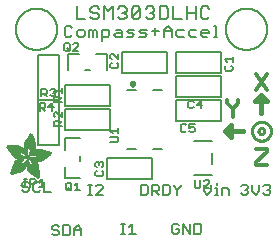
<source format=gbr>
G04 EAGLE Gerber RS-274X export*
G75*
%MOMM*%
%FSLAX34Y34*%
%LPD*%
%INSilkscreen Top*%
%IPPOS*%
%AMOC8*
5,1,8,0,0,1.08239X$1,22.5*%
G01*
%ADD10C,0.304800*%
%ADD11C,0.152400*%
%ADD12C,0.254000*%
%ADD13C,0.406400*%
%ADD14C,0.203200*%
%ADD15C,0.177800*%
%ADD16C,0.250000*%
%ADD17R,0.050800X0.006300*%
%ADD18R,0.082600X0.006400*%
%ADD19R,0.120600X0.006300*%
%ADD20R,0.139700X0.006400*%
%ADD21R,0.158800X0.006300*%
%ADD22R,0.177800X0.006400*%
%ADD23R,0.196800X0.006300*%
%ADD24R,0.215900X0.006400*%
%ADD25R,0.228600X0.006300*%
%ADD26R,0.241300X0.006400*%
%ADD27R,0.254000X0.006300*%
%ADD28R,0.266700X0.006400*%
%ADD29R,0.279400X0.006300*%
%ADD30R,0.285700X0.006400*%
%ADD31R,0.298400X0.006300*%
%ADD32R,0.311200X0.006400*%
%ADD33R,0.317500X0.006300*%
%ADD34R,0.330200X0.006400*%
%ADD35R,0.336600X0.006300*%
%ADD36R,0.349200X0.006400*%
%ADD37R,0.361900X0.006300*%
%ADD38R,0.368300X0.006400*%
%ADD39R,0.381000X0.006300*%
%ADD40R,0.387300X0.006400*%
%ADD41R,0.393700X0.006300*%
%ADD42R,0.406400X0.006400*%
%ADD43R,0.412700X0.006300*%
%ADD44R,0.419100X0.006400*%
%ADD45R,0.431800X0.006300*%
%ADD46R,0.438100X0.006400*%
%ADD47R,0.450800X0.006300*%
%ADD48R,0.457200X0.006400*%
%ADD49R,0.463500X0.006300*%
%ADD50R,0.476200X0.006400*%
%ADD51R,0.482600X0.006300*%
%ADD52R,0.488900X0.006400*%
%ADD53R,0.501600X0.006300*%
%ADD54R,0.508000X0.006400*%
%ADD55R,0.514300X0.006300*%
%ADD56R,0.527000X0.006400*%
%ADD57R,0.533400X0.006300*%
%ADD58R,0.546100X0.006400*%
%ADD59R,0.552400X0.006300*%
%ADD60R,0.558800X0.006400*%
%ADD61R,0.571500X0.006300*%
%ADD62R,0.577800X0.006400*%
%ADD63R,0.584200X0.006300*%
%ADD64R,0.596900X0.006400*%
%ADD65R,0.603200X0.006300*%
%ADD66R,0.609600X0.006400*%
%ADD67R,0.622300X0.006300*%
%ADD68R,0.628600X0.006400*%
%ADD69R,0.641300X0.006300*%
%ADD70R,0.647700X0.006400*%
%ADD71R,0.063500X0.006300*%
%ADD72R,0.654000X0.006300*%
%ADD73R,0.101600X0.006400*%
%ADD74R,0.666700X0.006400*%
%ADD75R,0.139700X0.006300*%
%ADD76R,0.673100X0.006300*%
%ADD77R,0.165100X0.006400*%
%ADD78R,0.679400X0.006400*%
%ADD79R,0.196900X0.006300*%
%ADD80R,0.692100X0.006300*%
%ADD81R,0.222200X0.006400*%
%ADD82R,0.698500X0.006400*%
%ADD83R,0.247700X0.006300*%
%ADD84R,0.704800X0.006300*%
%ADD85R,0.279400X0.006400*%
%ADD86R,0.717500X0.006400*%
%ADD87R,0.298500X0.006300*%
%ADD88R,0.723900X0.006300*%
%ADD89R,0.736600X0.006400*%
%ADD90R,0.342900X0.006300*%
%ADD91R,0.742900X0.006300*%
%ADD92R,0.374700X0.006400*%
%ADD93R,0.749300X0.006400*%
%ADD94R,0.762000X0.006300*%
%ADD95R,0.412700X0.006400*%
%ADD96R,0.768300X0.006400*%
%ADD97R,0.438100X0.006300*%
%ADD98R,0.774700X0.006300*%
%ADD99R,0.463600X0.006400*%
%ADD100R,0.787400X0.006400*%
%ADD101R,0.793700X0.006300*%
%ADD102R,0.495300X0.006400*%
%ADD103R,0.800100X0.006400*%
%ADD104R,0.520700X0.006300*%
%ADD105R,0.812800X0.006300*%
%ADD106R,0.533400X0.006400*%
%ADD107R,0.819100X0.006400*%
%ADD108R,0.558800X0.006300*%
%ADD109R,0.825500X0.006300*%
%ADD110R,0.577900X0.006400*%
%ADD111R,0.831800X0.006400*%
%ADD112R,0.596900X0.006300*%
%ADD113R,0.844500X0.006300*%
%ADD114R,0.616000X0.006400*%
%ADD115R,0.850900X0.006400*%
%ADD116R,0.635000X0.006300*%
%ADD117R,0.857200X0.006300*%
%ADD118R,0.654100X0.006400*%
%ADD119R,0.863600X0.006400*%
%ADD120R,0.666700X0.006300*%
%ADD121R,0.869900X0.006300*%
%ADD122R,0.685800X0.006400*%
%ADD123R,0.876300X0.006400*%
%ADD124R,0.882600X0.006300*%
%ADD125R,0.723900X0.006400*%
%ADD126R,0.889000X0.006400*%
%ADD127R,0.895300X0.006300*%
%ADD128R,0.755700X0.006400*%
%ADD129R,0.901700X0.006400*%
%ADD130R,0.908000X0.006300*%
%ADD131R,0.793800X0.006400*%
%ADD132R,0.914400X0.006400*%
%ADD133R,0.806400X0.006300*%
%ADD134R,0.920700X0.006300*%
%ADD135R,0.825500X0.006400*%
%ADD136R,0.927100X0.006400*%
%ADD137R,0.933400X0.006300*%
%ADD138R,0.857300X0.006400*%
%ADD139R,0.939800X0.006400*%
%ADD140R,0.870000X0.006300*%
%ADD141R,0.939800X0.006300*%
%ADD142R,0.946100X0.006400*%
%ADD143R,0.952500X0.006300*%
%ADD144R,0.908000X0.006400*%
%ADD145R,0.958800X0.006400*%
%ADD146R,0.965200X0.006300*%
%ADD147R,0.965200X0.006400*%
%ADD148R,0.971500X0.006300*%
%ADD149R,0.952500X0.006400*%
%ADD150R,0.977900X0.006400*%
%ADD151R,0.958800X0.006300*%
%ADD152R,0.984200X0.006300*%
%ADD153R,0.971500X0.006400*%
%ADD154R,0.984200X0.006400*%
%ADD155R,0.990600X0.006300*%
%ADD156R,0.984300X0.006400*%
%ADD157R,0.996900X0.006400*%
%ADD158R,0.997000X0.006300*%
%ADD159R,0.996900X0.006300*%
%ADD160R,1.003300X0.006400*%
%ADD161R,1.016000X0.006300*%
%ADD162R,1.009600X0.006300*%
%ADD163R,1.016000X0.006400*%
%ADD164R,1.009600X0.006400*%
%ADD165R,1.022300X0.006300*%
%ADD166R,1.028700X0.006400*%
%ADD167R,1.035100X0.006300*%
%ADD168R,1.047800X0.006400*%
%ADD169R,1.054100X0.006300*%
%ADD170R,1.028700X0.006300*%
%ADD171R,1.054100X0.006400*%
%ADD172R,1.035000X0.006400*%
%ADD173R,1.060400X0.006300*%
%ADD174R,1.035000X0.006300*%
%ADD175R,1.060500X0.006400*%
%ADD176R,1.041400X0.006400*%
%ADD177R,1.066800X0.006300*%
%ADD178R,1.041400X0.006300*%
%ADD179R,1.079500X0.006400*%
%ADD180R,1.047700X0.006400*%
%ADD181R,1.085900X0.006300*%
%ADD182R,1.047700X0.006300*%
%ADD183R,1.085800X0.006400*%
%ADD184R,1.092200X0.006300*%
%ADD185R,1.085900X0.006400*%
%ADD186R,1.098600X0.006300*%
%ADD187R,1.098600X0.006400*%
%ADD188R,1.060400X0.006400*%
%ADD189R,1.104900X0.006300*%
%ADD190R,1.104900X0.006400*%
%ADD191R,1.066800X0.006400*%
%ADD192R,1.111200X0.006300*%
%ADD193R,1.117600X0.006400*%
%ADD194R,1.117600X0.006300*%
%ADD195R,1.073100X0.006300*%
%ADD196R,1.073100X0.006400*%
%ADD197R,1.124000X0.006300*%
%ADD198R,1.079500X0.006300*%
%ADD199R,1.123900X0.006400*%
%ADD200R,1.130300X0.006300*%
%ADD201R,1.130300X0.006400*%
%ADD202R,1.136700X0.006400*%
%ADD203R,1.136700X0.006300*%
%ADD204R,1.085800X0.006300*%
%ADD205R,1.136600X0.006400*%
%ADD206R,1.136600X0.006300*%
%ADD207R,1.143000X0.006400*%
%ADD208R,1.143000X0.006300*%
%ADD209R,1.149400X0.006300*%
%ADD210R,1.149300X0.006300*%
%ADD211R,1.149300X0.006400*%
%ADD212R,1.149400X0.006400*%
%ADD213R,1.155700X0.006400*%
%ADD214R,1.155700X0.006300*%
%ADD215R,1.060500X0.006300*%
%ADD216R,2.197100X0.006400*%
%ADD217R,2.197100X0.006300*%
%ADD218R,2.184400X0.006300*%
%ADD219R,2.184400X0.006400*%
%ADD220R,2.171700X0.006400*%
%ADD221R,2.171700X0.006300*%
%ADD222R,1.530300X0.006400*%
%ADD223R,1.505000X0.006300*%
%ADD224R,1.492300X0.006400*%
%ADD225R,1.485900X0.006300*%
%ADD226R,0.565200X0.006300*%
%ADD227R,1.473200X0.006400*%
%ADD228R,0.565200X0.006400*%
%ADD229R,1.460500X0.006300*%
%ADD230R,1.454100X0.006400*%
%ADD231R,0.552400X0.006400*%
%ADD232R,1.441500X0.006300*%
%ADD233R,0.546100X0.006300*%
%ADD234R,1.435100X0.006400*%
%ADD235R,0.539800X0.006400*%
%ADD236R,1.428800X0.006300*%
%ADD237R,1.422400X0.006400*%
%ADD238R,1.409700X0.006300*%
%ADD239R,0.527100X0.006300*%
%ADD240R,1.403300X0.006400*%
%ADD241R,0.527100X0.006400*%
%ADD242R,1.390700X0.006300*%
%ADD243R,1.384300X0.006400*%
%ADD244R,0.520700X0.006400*%
%ADD245R,1.384300X0.006300*%
%ADD246R,0.514400X0.006300*%
%ADD247R,1.371600X0.006400*%
%ADD248R,1.365200X0.006300*%
%ADD249R,0.508000X0.006300*%
%ADD250R,1.352600X0.006400*%
%ADD251R,0.501700X0.006400*%
%ADD252R,0.711200X0.006300*%
%ADD253R,0.603300X0.006300*%
%ADD254R,0.501700X0.006300*%
%ADD255R,0.692100X0.006400*%
%ADD256R,0.571500X0.006400*%
%ADD257R,0.679400X0.006300*%
%ADD258R,0.495300X0.006300*%
%ADD259R,0.673100X0.006400*%
%ADD260R,0.666800X0.006300*%
%ADD261R,0.488900X0.006300*%
%ADD262R,0.660400X0.006400*%
%ADD263R,0.482600X0.006400*%
%ADD264R,0.476200X0.006300*%
%ADD265R,0.654000X0.006400*%
%ADD266R,0.469900X0.006400*%
%ADD267R,0.476300X0.006400*%
%ADD268R,0.647700X0.006300*%
%ADD269R,0.457200X0.006300*%
%ADD270R,0.469900X0.006300*%
%ADD271R,0.641300X0.006400*%
%ADD272R,0.444500X0.006400*%
%ADD273R,0.463600X0.006300*%
%ADD274R,0.635000X0.006400*%
%ADD275R,0.463500X0.006400*%
%ADD276R,0.393700X0.006400*%
%ADD277R,0.450800X0.006400*%
%ADD278R,0.628600X0.006300*%
%ADD279R,0.387400X0.006300*%
%ADD280R,0.450900X0.006300*%
%ADD281R,0.628700X0.006400*%
%ADD282R,0.374600X0.006400*%
%ADD283R,0.368300X0.006300*%
%ADD284R,0.438200X0.006300*%
%ADD285R,0.622300X0.006400*%
%ADD286R,0.355600X0.006400*%
%ADD287R,0.431800X0.006400*%
%ADD288R,0.349300X0.006300*%
%ADD289R,0.425400X0.006300*%
%ADD290R,0.615900X0.006300*%
%ADD291R,0.330200X0.006300*%
%ADD292R,0.419100X0.006300*%
%ADD293R,0.616000X0.006300*%
%ADD294R,0.311200X0.006300*%
%ADD295R,0.406400X0.006300*%
%ADD296R,0.615900X0.006400*%
%ADD297R,0.304800X0.006400*%
%ADD298R,0.158800X0.006400*%
%ADD299R,0.609600X0.006300*%
%ADD300R,0.292100X0.006300*%
%ADD301R,0.235000X0.006300*%
%ADD302R,0.387400X0.006400*%
%ADD303R,0.292100X0.006400*%
%ADD304R,0.336500X0.006300*%
%ADD305R,0.260400X0.006300*%
%ADD306R,0.603300X0.006400*%
%ADD307R,0.260400X0.006400*%
%ADD308R,0.362000X0.006400*%
%ADD309R,0.450900X0.006400*%
%ADD310R,0.355600X0.006300*%
%ADD311R,0.342900X0.006400*%
%ADD312R,0.514300X0.006400*%
%ADD313R,0.234900X0.006300*%
%ADD314R,0.539700X0.006300*%
%ADD315R,0.603200X0.006400*%
%ADD316R,0.234900X0.006400*%
%ADD317R,0.920700X0.006400*%
%ADD318R,0.958900X0.006400*%
%ADD319R,0.215900X0.006300*%
%ADD320R,0.209600X0.006400*%
%ADD321R,0.203200X0.006300*%
%ADD322R,1.003300X0.006300*%
%ADD323R,0.203200X0.006400*%
%ADD324R,0.196900X0.006400*%
%ADD325R,0.190500X0.006300*%
%ADD326R,0.190500X0.006400*%
%ADD327R,0.184200X0.006300*%
%ADD328R,0.590500X0.006400*%
%ADD329R,0.184200X0.006400*%
%ADD330R,0.590500X0.006300*%
%ADD331R,0.177800X0.006300*%
%ADD332R,0.584200X0.006400*%
%ADD333R,1.168400X0.006400*%
%ADD334R,0.171500X0.006300*%
%ADD335R,1.187500X0.006300*%
%ADD336R,1.200100X0.006400*%
%ADD337R,0.577800X0.006300*%
%ADD338R,1.212900X0.006300*%
%ADD339R,1.231900X0.006400*%
%ADD340R,1.250900X0.006300*%
%ADD341R,0.565100X0.006400*%
%ADD342R,0.184100X0.006400*%
%ADD343R,1.263700X0.006400*%
%ADD344R,0.565100X0.006300*%
%ADD345R,1.289100X0.006300*%
%ADD346R,1.314400X0.006400*%
%ADD347R,0.552500X0.006300*%
%ADD348R,1.568500X0.006300*%
%ADD349R,0.552500X0.006400*%
%ADD350R,1.581200X0.006400*%
%ADD351R,1.593800X0.006300*%
%ADD352R,1.606500X0.006400*%
%ADD353R,1.619300X0.006300*%
%ADD354R,0.514400X0.006400*%
%ADD355R,1.638300X0.006400*%
%ADD356R,1.657300X0.006300*%
%ADD357R,2.209800X0.006400*%
%ADD358R,2.425700X0.006300*%
%ADD359R,2.470100X0.006400*%
%ADD360R,2.501900X0.006300*%
%ADD361R,2.533700X0.006400*%
%ADD362R,2.559000X0.006300*%
%ADD363R,2.584500X0.006400*%
%ADD364R,2.609900X0.006300*%
%ADD365R,2.628900X0.006400*%
%ADD366R,2.660600X0.006300*%
%ADD367R,2.673400X0.006400*%
%ADD368R,1.422400X0.006300*%
%ADD369R,1.200200X0.006300*%
%ADD370R,1.365300X0.006300*%
%ADD371R,1.365300X0.006400*%
%ADD372R,1.352500X0.006300*%
%ADD373R,1.098500X0.006300*%
%ADD374R,1.358900X0.006400*%
%ADD375R,1.352600X0.006300*%
%ADD376R,1.358900X0.006300*%
%ADD377R,1.371600X0.006300*%
%ADD378R,1.377900X0.006400*%
%ADD379R,1.397000X0.006400*%
%ADD380R,1.403300X0.006300*%
%ADD381R,0.914400X0.006300*%
%ADD382R,0.876300X0.006300*%
%ADD383R,0.374600X0.006300*%
%ADD384R,1.073200X0.006400*%
%ADD385R,0.374700X0.006300*%
%ADD386R,0.844600X0.006400*%
%ADD387R,0.844600X0.006300*%
%ADD388R,0.831900X0.006400*%
%ADD389R,1.092200X0.006400*%
%ADD390R,0.400000X0.006300*%
%ADD391R,0.819200X0.006400*%
%ADD392R,1.111300X0.006400*%
%ADD393R,0.812800X0.006400*%
%ADD394R,0.800100X0.006300*%
%ADD395R,0.476300X0.006300*%
%ADD396R,1.181100X0.006300*%
%ADD397R,0.501600X0.006400*%
%ADD398R,1.193800X0.006400*%
%ADD399R,0.781000X0.006400*%
%ADD400R,1.238200X0.006400*%
%ADD401R,0.781100X0.006300*%
%ADD402R,1.257300X0.006300*%
%ADD403R,1.295400X0.006400*%
%ADD404R,1.333500X0.006300*%
%ADD405R,0.774700X0.006400*%
%ADD406R,1.866900X0.006400*%
%ADD407R,0.209600X0.006300*%
%ADD408R,1.866900X0.006300*%
%ADD409R,0.768400X0.006400*%
%ADD410R,0.209500X0.006400*%
%ADD411R,1.860600X0.006400*%
%ADD412R,0.762000X0.006400*%
%ADD413R,0.768400X0.006300*%
%ADD414R,1.860600X0.006300*%
%ADD415R,1.860500X0.006400*%
%ADD416R,0.222300X0.006300*%
%ADD417R,1.854200X0.006300*%
%ADD418R,0.235000X0.006400*%
%ADD419R,1.854200X0.006400*%
%ADD420R,0.768300X0.006300*%
%ADD421R,0.260300X0.006400*%
%ADD422R,1.847800X0.006400*%
%ADD423R,0.266700X0.006300*%
%ADD424R,1.847800X0.006300*%
%ADD425R,0.273100X0.006400*%
%ADD426R,1.841500X0.006400*%
%ADD427R,0.285800X0.006300*%
%ADD428R,1.841500X0.006300*%
%ADD429R,0.298500X0.006400*%
%ADD430R,1.835100X0.006400*%
%ADD431R,0.781000X0.006300*%
%ADD432R,0.304800X0.006300*%
%ADD433R,1.835100X0.006300*%
%ADD434R,0.317500X0.006400*%
%ADD435R,1.828800X0.006400*%
%ADD436R,0.787400X0.006300*%
%ADD437R,0.323800X0.006300*%
%ADD438R,1.828800X0.006300*%
%ADD439R,0.793700X0.006400*%
%ADD440R,1.822400X0.006400*%
%ADD441R,0.806500X0.006300*%
%ADD442R,1.822400X0.006300*%
%ADD443R,1.816100X0.006400*%
%ADD444R,0.819100X0.006300*%
%ADD445R,0.387300X0.006300*%
%ADD446R,1.816100X0.006300*%
%ADD447R,1.809800X0.006400*%
%ADD448R,1.803400X0.006300*%
%ADD449R,1.797000X0.006400*%
%ADD450R,0.901700X0.006300*%
%ADD451R,1.797000X0.006300*%
%ADD452R,1.441400X0.006400*%
%ADD453R,1.790700X0.006400*%
%ADD454R,1.447800X0.006300*%
%ADD455R,1.784300X0.006300*%
%ADD456R,1.447800X0.006400*%
%ADD457R,1.784300X0.006400*%
%ADD458R,1.454100X0.006300*%
%ADD459R,1.771700X0.006300*%
%ADD460R,1.460500X0.006400*%
%ADD461R,1.759000X0.006400*%
%ADD462R,1.466800X0.006300*%
%ADD463R,1.752600X0.006300*%
%ADD464R,1.466800X0.006400*%
%ADD465R,1.739900X0.006400*%
%ADD466R,1.473200X0.006300*%
%ADD467R,1.727200X0.006300*%
%ADD468R,1.479500X0.006400*%
%ADD469R,1.714500X0.006400*%
%ADD470R,1.695400X0.006300*%
%ADD471R,1.485900X0.006400*%
%ADD472R,1.682700X0.006400*%
%ADD473R,1.492200X0.006300*%
%ADD474R,1.663700X0.006300*%
%ADD475R,1.498600X0.006400*%
%ADD476R,1.644600X0.006400*%
%ADD477R,1.498600X0.006300*%
%ADD478R,1.619200X0.006300*%
%ADD479R,1.511300X0.006400*%
%ADD480R,1.600200X0.006400*%
%ADD481R,1.517700X0.006300*%
%ADD482R,1.574800X0.006300*%
%ADD483R,1.524000X0.006400*%
%ADD484R,1.555800X0.006400*%
%ADD485R,1.524000X0.006300*%
%ADD486R,1.536700X0.006300*%
%ADD487R,1.530400X0.006400*%
%ADD488R,1.517700X0.006400*%
%ADD489R,1.492300X0.006300*%
%ADD490R,1.549400X0.006400*%
%ADD491R,1.479600X0.006400*%
%ADD492R,1.549400X0.006300*%
%ADD493R,1.555700X0.006400*%
%ADD494R,1.562100X0.006300*%
%ADD495R,0.323900X0.006300*%
%ADD496R,1.568400X0.006400*%
%ADD497R,0.336600X0.006400*%
%ADD498R,1.587500X0.006300*%
%ADD499R,0.971600X0.006300*%
%ADD500R,0.349300X0.006400*%
%ADD501R,1.600200X0.006300*%
%ADD502R,0.920800X0.006300*%
%ADD503R,0.882700X0.006400*%
%ADD504R,1.612900X0.006300*%
%ADD505R,0.362000X0.006300*%
%ADD506R,1.625600X0.006400*%
%ADD507R,1.625600X0.006300*%
%ADD508R,1.644600X0.006300*%
%ADD509R,0.736600X0.006300*%
%ADD510R,0.717600X0.006400*%
%ADD511R,1.657400X0.006300*%
%ADD512R,0.679500X0.006300*%
%ADD513R,1.663700X0.006400*%
%ADD514R,0.400000X0.006400*%
%ADD515R,1.676400X0.006300*%
%ADD516R,1.676400X0.006400*%
%ADD517R,0.425500X0.006400*%
%ADD518R,1.352500X0.006400*%
%ADD519R,0.444500X0.006300*%
%ADD520R,0.361900X0.006400*%
%ADD521R,0.088900X0.006300*%
%ADD522R,1.009700X0.006300*%
%ADD523R,1.009700X0.006400*%
%ADD524R,1.022300X0.006400*%
%ADD525R,1.346200X0.006400*%
%ADD526R,1.346200X0.006300*%
%ADD527R,1.339900X0.006400*%
%ADD528R,1.035100X0.006400*%
%ADD529R,1.339800X0.006300*%
%ADD530R,1.333500X0.006400*%
%ADD531R,1.327200X0.006400*%
%ADD532R,1.320800X0.006300*%
%ADD533R,1.314500X0.006400*%
%ADD534R,1.314400X0.006300*%
%ADD535R,1.301700X0.006400*%
%ADD536R,1.295400X0.006300*%
%ADD537R,1.289000X0.006400*%
%ADD538R,1.276300X0.006300*%
%ADD539R,1.251000X0.006300*%
%ADD540R,1.244600X0.006400*%
%ADD541R,1.231900X0.006300*%
%ADD542R,1.212800X0.006400*%
%ADD543R,1.200100X0.006300*%
%ADD544R,1.187400X0.006400*%
%ADD545R,1.168400X0.006300*%
%ADD546R,1.047800X0.006300*%
%ADD547R,0.977900X0.006300*%
%ADD548R,0.946200X0.006400*%
%ADD549R,0.933400X0.006400*%
%ADD550R,0.895300X0.006400*%
%ADD551R,0.882700X0.006300*%
%ADD552R,0.863600X0.006300*%
%ADD553R,0.857200X0.006400*%
%ADD554R,0.850900X0.006300*%
%ADD555R,0.838200X0.006300*%
%ADD556R,0.806500X0.006400*%
%ADD557R,0.717600X0.006300*%
%ADD558R,0.711200X0.006400*%
%ADD559R,0.641400X0.006400*%
%ADD560R,0.641400X0.006300*%
%ADD561R,0.628700X0.006300*%
%ADD562R,0.590600X0.006300*%
%ADD563R,0.539700X0.006400*%
%ADD564R,0.285700X0.006300*%
%ADD565R,0.222200X0.006300*%
%ADD566R,0.171400X0.006300*%
%ADD567R,0.152400X0.006400*%
%ADD568R,0.133400X0.006300*%


D10*
X211204Y140022D02*
X220356Y126294D01*
X211204Y126294D02*
X220356Y140022D01*
X186924Y117472D02*
X186924Y115184D01*
X191500Y110608D01*
X196076Y115184D01*
X196076Y117472D01*
X191500Y110608D02*
X191500Y103744D01*
D11*
X19224Y47335D02*
X17784Y48775D01*
X14903Y48775D01*
X13462Y47335D01*
X13462Y45894D01*
X14903Y44454D01*
X17784Y44454D01*
X19224Y43013D01*
X19224Y41573D01*
X17784Y40132D01*
X14903Y40132D01*
X13462Y41573D01*
X27139Y48775D02*
X28579Y47335D01*
X27139Y48775D02*
X24258Y48775D01*
X22817Y47335D01*
X22817Y41573D01*
X24258Y40132D01*
X27139Y40132D01*
X28579Y41573D01*
X32172Y40132D02*
X32172Y48775D01*
X32172Y40132D02*
X37935Y40132D01*
X43184Y11945D02*
X44624Y10505D01*
X43184Y11945D02*
X40303Y11945D01*
X38862Y10505D01*
X38862Y9064D01*
X40303Y7624D01*
X43184Y7624D01*
X44624Y6183D01*
X44624Y4743D01*
X43184Y3302D01*
X40303Y3302D01*
X38862Y4743D01*
X48217Y3302D02*
X48217Y11945D01*
X48217Y3302D02*
X52539Y3302D01*
X53979Y4743D01*
X53979Y10505D01*
X52539Y11945D01*
X48217Y11945D01*
X57572Y9064D02*
X57572Y3302D01*
X57572Y9064D02*
X60454Y11945D01*
X63335Y9064D01*
X63335Y3302D01*
X63335Y7624D02*
X57572Y7624D01*
X69342Y37592D02*
X72223Y37592D01*
X70783Y37592D02*
X70783Y46235D01*
X72223Y46235D02*
X69342Y46235D01*
X75579Y37592D02*
X81341Y37592D01*
X75579Y37592D02*
X81341Y43354D01*
X81341Y44795D01*
X79900Y46235D01*
X77019Y46235D01*
X75579Y44795D01*
X97282Y4572D02*
X100163Y4572D01*
X98723Y4572D02*
X98723Y13215D01*
X100163Y13215D02*
X97282Y13215D01*
X103519Y10334D02*
X106400Y13215D01*
X106400Y4572D01*
X103519Y4572D02*
X109281Y4572D01*
X113792Y37592D02*
X113792Y46235D01*
X113792Y37592D02*
X118114Y37592D01*
X119554Y39033D01*
X119554Y44795D01*
X118114Y46235D01*
X113792Y46235D01*
X123147Y46235D02*
X123147Y37592D01*
X123147Y46235D02*
X127469Y46235D01*
X128909Y44795D01*
X128909Y41914D01*
X127469Y40473D01*
X123147Y40473D01*
X126028Y40473D02*
X128909Y37592D01*
X132502Y37592D02*
X132502Y46235D01*
X132502Y37592D02*
X136824Y37592D01*
X138265Y39033D01*
X138265Y44795D01*
X136824Y46235D01*
X132502Y46235D01*
X141858Y46235D02*
X141858Y44795D01*
X144739Y41914D01*
X147620Y44795D01*
X147620Y46235D01*
X144739Y41914D02*
X144739Y37592D01*
X144784Y13215D02*
X146224Y11775D01*
X144784Y13215D02*
X141903Y13215D01*
X140462Y11775D01*
X140462Y6013D01*
X141903Y4572D01*
X144784Y4572D01*
X146224Y6013D01*
X146224Y8894D01*
X143343Y8894D01*
X149817Y13215D02*
X149817Y4572D01*
X155579Y4572D02*
X149817Y13215D01*
X155579Y13215D02*
X155579Y4572D01*
X159172Y4572D02*
X159172Y13215D01*
X159172Y4572D02*
X163494Y4572D01*
X164935Y6013D01*
X164935Y11775D01*
X163494Y13215D01*
X159172Y13215D01*
X167132Y40473D02*
X167132Y46235D01*
X167132Y40473D02*
X170013Y37592D01*
X172894Y40473D01*
X172894Y46235D01*
X176487Y43354D02*
X177928Y43354D01*
X177928Y37592D01*
X179368Y37592D02*
X176487Y37592D01*
X177928Y46235D02*
X177928Y47676D01*
X182724Y43354D02*
X182724Y37592D01*
X182724Y43354D02*
X187046Y43354D01*
X188486Y41914D01*
X188486Y37592D01*
X198882Y44795D02*
X200323Y46235D01*
X203204Y46235D01*
X204644Y44795D01*
X204644Y43354D01*
X203204Y41914D01*
X201763Y41914D01*
X203204Y41914D02*
X204644Y40473D01*
X204644Y39033D01*
X203204Y37592D01*
X200323Y37592D01*
X198882Y39033D01*
X208237Y40473D02*
X208237Y46235D01*
X208237Y40473D02*
X211118Y37592D01*
X213999Y40473D01*
X213999Y46235D01*
X217592Y44795D02*
X219033Y46235D01*
X221914Y46235D01*
X223355Y44795D01*
X223355Y43354D01*
X221914Y41914D01*
X220474Y41914D01*
X221914Y41914D02*
X223355Y40473D01*
X223355Y39033D01*
X221914Y37592D01*
X219033Y37592D01*
X217592Y39033D01*
D12*
X213360Y91440D02*
X213362Y91540D01*
X213368Y91641D01*
X213378Y91740D01*
X213392Y91840D01*
X213409Y91939D01*
X213431Y92037D01*
X213457Y92134D01*
X213486Y92230D01*
X213519Y92324D01*
X213556Y92418D01*
X213596Y92510D01*
X213640Y92600D01*
X213688Y92688D01*
X213739Y92775D01*
X213793Y92859D01*
X213851Y92941D01*
X213912Y93021D01*
X213976Y93098D01*
X214043Y93173D01*
X214113Y93245D01*
X214186Y93314D01*
X214261Y93380D01*
X214339Y93444D01*
X214419Y93504D01*
X214502Y93561D01*
X214587Y93614D01*
X214674Y93664D01*
X214763Y93711D01*
X214853Y93754D01*
X214945Y93794D01*
X215039Y93830D01*
X215134Y93862D01*
X215230Y93890D01*
X215328Y93915D01*
X215426Y93935D01*
X215525Y93952D01*
X215625Y93965D01*
X215724Y93974D01*
X215825Y93979D01*
X215925Y93980D01*
X216025Y93977D01*
X216126Y93970D01*
X216225Y93959D01*
X216325Y93944D01*
X216423Y93926D01*
X216521Y93903D01*
X216618Y93876D01*
X216713Y93846D01*
X216808Y93812D01*
X216901Y93774D01*
X216992Y93733D01*
X217082Y93688D01*
X217170Y93640D01*
X217256Y93588D01*
X217340Y93533D01*
X217421Y93474D01*
X217500Y93412D01*
X217577Y93348D01*
X217651Y93280D01*
X217722Y93209D01*
X217791Y93136D01*
X217856Y93060D01*
X217919Y92981D01*
X217978Y92900D01*
X218034Y92817D01*
X218087Y92732D01*
X218136Y92644D01*
X218182Y92555D01*
X218224Y92464D01*
X218263Y92371D01*
X218298Y92277D01*
X218329Y92182D01*
X218357Y92085D01*
X218380Y91988D01*
X218400Y91889D01*
X218416Y91790D01*
X218428Y91691D01*
X218436Y91590D01*
X218440Y91490D01*
X218440Y91390D01*
X218436Y91290D01*
X218428Y91189D01*
X218416Y91090D01*
X218400Y90991D01*
X218380Y90892D01*
X218357Y90795D01*
X218329Y90698D01*
X218298Y90603D01*
X218263Y90509D01*
X218224Y90416D01*
X218182Y90325D01*
X218136Y90236D01*
X218087Y90148D01*
X218034Y90063D01*
X217978Y89980D01*
X217919Y89899D01*
X217856Y89820D01*
X217791Y89744D01*
X217722Y89671D01*
X217651Y89600D01*
X217577Y89532D01*
X217500Y89468D01*
X217421Y89406D01*
X217340Y89347D01*
X217256Y89292D01*
X217170Y89240D01*
X217082Y89192D01*
X216992Y89147D01*
X216901Y89106D01*
X216808Y89068D01*
X216713Y89034D01*
X216618Y89004D01*
X216521Y88977D01*
X216423Y88954D01*
X216325Y88936D01*
X216225Y88921D01*
X216126Y88910D01*
X216025Y88903D01*
X215925Y88900D01*
X215825Y88901D01*
X215724Y88906D01*
X215625Y88915D01*
X215525Y88928D01*
X215426Y88945D01*
X215328Y88965D01*
X215230Y88990D01*
X215134Y89018D01*
X215039Y89050D01*
X214945Y89086D01*
X214853Y89126D01*
X214763Y89169D01*
X214674Y89216D01*
X214587Y89266D01*
X214502Y89319D01*
X214419Y89376D01*
X214339Y89436D01*
X214261Y89500D01*
X214186Y89566D01*
X214113Y89635D01*
X214043Y89707D01*
X213976Y89782D01*
X213912Y89859D01*
X213851Y89939D01*
X213793Y90021D01*
X213739Y90105D01*
X213688Y90192D01*
X213640Y90280D01*
X213596Y90370D01*
X213556Y90462D01*
X213519Y90556D01*
X213486Y90650D01*
X213457Y90746D01*
X213431Y90843D01*
X213409Y90941D01*
X213392Y91040D01*
X213378Y91140D01*
X213368Y91239D01*
X213362Y91340D01*
X213360Y91440D01*
X207868Y91440D02*
X207870Y91637D01*
X207878Y91834D01*
X207890Y92031D01*
X207907Y92227D01*
X207928Y92423D01*
X207955Y92619D01*
X207986Y92813D01*
X208022Y93007D01*
X208063Y93200D01*
X208109Y93392D01*
X208159Y93582D01*
X208214Y93772D01*
X208273Y93959D01*
X208338Y94146D01*
X208406Y94331D01*
X208479Y94514D01*
X208557Y94695D01*
X208639Y94874D01*
X208726Y95051D01*
X208816Y95226D01*
X208911Y95399D01*
X209011Y95569D01*
X209114Y95737D01*
X209222Y95902D01*
X209333Y96065D01*
X209449Y96225D01*
X209568Y96382D01*
X209691Y96535D01*
X209818Y96686D01*
X209949Y96834D01*
X210083Y96978D01*
X210221Y97119D01*
X210362Y97257D01*
X210506Y97391D01*
X210654Y97522D01*
X210805Y97649D01*
X210958Y97772D01*
X211115Y97891D01*
X211275Y98007D01*
X211438Y98118D01*
X211603Y98226D01*
X211771Y98329D01*
X211941Y98429D01*
X212114Y98524D01*
X212289Y98614D01*
X212466Y98701D01*
X212645Y98783D01*
X212826Y98861D01*
X213009Y98934D01*
X213194Y99002D01*
X213381Y99067D01*
X213568Y99126D01*
X213758Y99181D01*
X213948Y99231D01*
X214140Y99277D01*
X214333Y99318D01*
X214527Y99354D01*
X214721Y99385D01*
X214917Y99412D01*
X215113Y99433D01*
X215309Y99450D01*
X215506Y99462D01*
X215703Y99470D01*
X215900Y99472D01*
X216097Y99470D01*
X216294Y99462D01*
X216491Y99450D01*
X216687Y99433D01*
X216883Y99412D01*
X217079Y99385D01*
X217273Y99354D01*
X217467Y99318D01*
X217660Y99277D01*
X217852Y99231D01*
X218042Y99181D01*
X218232Y99126D01*
X218419Y99067D01*
X218606Y99002D01*
X218791Y98934D01*
X218974Y98861D01*
X219155Y98783D01*
X219334Y98701D01*
X219511Y98614D01*
X219686Y98524D01*
X219859Y98429D01*
X220029Y98329D01*
X220197Y98226D01*
X220362Y98118D01*
X220525Y98007D01*
X220685Y97891D01*
X220842Y97772D01*
X220995Y97649D01*
X221146Y97522D01*
X221294Y97391D01*
X221438Y97257D01*
X221579Y97119D01*
X221717Y96978D01*
X221851Y96834D01*
X221982Y96686D01*
X222109Y96535D01*
X222232Y96382D01*
X222351Y96225D01*
X222467Y96065D01*
X222578Y95902D01*
X222686Y95737D01*
X222789Y95569D01*
X222889Y95399D01*
X222984Y95226D01*
X223074Y95051D01*
X223161Y94874D01*
X223243Y94695D01*
X223321Y94514D01*
X223394Y94331D01*
X223462Y94146D01*
X223527Y93959D01*
X223586Y93772D01*
X223641Y93582D01*
X223691Y93392D01*
X223737Y93200D01*
X223778Y93007D01*
X223814Y92813D01*
X223845Y92619D01*
X223872Y92423D01*
X223893Y92227D01*
X223910Y92031D01*
X223922Y91834D01*
X223930Y91637D01*
X223932Y91440D01*
X223930Y91243D01*
X223922Y91046D01*
X223910Y90849D01*
X223893Y90653D01*
X223872Y90457D01*
X223845Y90261D01*
X223814Y90067D01*
X223778Y89873D01*
X223737Y89680D01*
X223691Y89488D01*
X223641Y89298D01*
X223586Y89108D01*
X223527Y88921D01*
X223462Y88734D01*
X223394Y88549D01*
X223321Y88366D01*
X223243Y88185D01*
X223161Y88006D01*
X223074Y87829D01*
X222984Y87654D01*
X222889Y87481D01*
X222789Y87311D01*
X222686Y87143D01*
X222578Y86978D01*
X222467Y86815D01*
X222351Y86655D01*
X222232Y86498D01*
X222109Y86345D01*
X221982Y86194D01*
X221851Y86046D01*
X221717Y85902D01*
X221579Y85761D01*
X221438Y85623D01*
X221294Y85489D01*
X221146Y85358D01*
X220995Y85231D01*
X220842Y85108D01*
X220685Y84989D01*
X220525Y84873D01*
X220362Y84762D01*
X220197Y84654D01*
X220029Y84551D01*
X219859Y84451D01*
X219686Y84356D01*
X219511Y84266D01*
X219334Y84179D01*
X219155Y84097D01*
X218974Y84019D01*
X218791Y83946D01*
X218606Y83878D01*
X218419Y83813D01*
X218232Y83754D01*
X218042Y83699D01*
X217852Y83649D01*
X217660Y83603D01*
X217467Y83562D01*
X217273Y83526D01*
X217079Y83495D01*
X216883Y83468D01*
X216687Y83447D01*
X216491Y83430D01*
X216294Y83418D01*
X216097Y83410D01*
X215900Y83408D01*
X215703Y83410D01*
X215506Y83418D01*
X215309Y83430D01*
X215113Y83447D01*
X214917Y83468D01*
X214721Y83495D01*
X214527Y83526D01*
X214333Y83562D01*
X214140Y83603D01*
X213948Y83649D01*
X213758Y83699D01*
X213568Y83754D01*
X213381Y83813D01*
X213194Y83878D01*
X213009Y83946D01*
X212826Y84019D01*
X212645Y84097D01*
X212466Y84179D01*
X212289Y84266D01*
X212114Y84356D01*
X211941Y84451D01*
X211771Y84551D01*
X211603Y84654D01*
X211438Y84762D01*
X211275Y84873D01*
X211115Y84989D01*
X210958Y85108D01*
X210805Y85231D01*
X210654Y85358D01*
X210506Y85489D01*
X210362Y85623D01*
X210221Y85761D01*
X210083Y85902D01*
X209949Y86046D01*
X209818Y86194D01*
X209691Y86345D01*
X209568Y86498D01*
X209449Y86655D01*
X209333Y86815D01*
X209222Y86978D01*
X209114Y87143D01*
X209011Y87311D01*
X208911Y87481D01*
X208816Y87654D01*
X208726Y87829D01*
X208639Y88006D01*
X208557Y88185D01*
X208479Y88366D01*
X208406Y88549D01*
X208338Y88734D01*
X208273Y88921D01*
X208214Y89108D01*
X208159Y89298D01*
X208109Y89488D01*
X208063Y89680D01*
X208022Y89873D01*
X207986Y90067D01*
X207955Y90261D01*
X207928Y90457D01*
X207907Y90653D01*
X207890Y90849D01*
X207878Y91046D01*
X207870Y91243D01*
X207868Y91440D01*
D13*
X215900Y106680D02*
X215900Y121920D01*
X210820Y116840D01*
X220980Y116840D01*
X215900Y121920D01*
X190500Y91440D02*
X190500Y86360D01*
X185420Y91440D01*
X190500Y96520D01*
X190500Y91440D01*
X185420Y91440D01*
D10*
X211204Y76522D02*
X220356Y76522D01*
X220356Y74234D01*
X211204Y65082D01*
X211204Y62794D01*
X220356Y62794D01*
D14*
X59436Y186436D02*
X59436Y197113D01*
X59436Y186436D02*
X66554Y186436D01*
X76469Y197113D02*
X78248Y195334D01*
X76469Y197113D02*
X72909Y197113D01*
X71130Y195334D01*
X71130Y193554D01*
X72909Y191775D01*
X76469Y191775D01*
X78248Y189995D01*
X78248Y188216D01*
X76469Y186436D01*
X72909Y186436D01*
X71130Y188216D01*
X82824Y186436D02*
X82824Y197113D01*
X86383Y193554D01*
X89942Y197113D01*
X89942Y186436D01*
X94518Y195334D02*
X96297Y197113D01*
X99856Y197113D01*
X101636Y195334D01*
X101636Y193554D01*
X99856Y191775D01*
X98077Y191775D01*
X99856Y191775D02*
X101636Y189995D01*
X101636Y188216D01*
X99856Y186436D01*
X96297Y186436D01*
X94518Y188216D01*
X106212Y188216D02*
X106212Y195334D01*
X107991Y197113D01*
X111550Y197113D01*
X113330Y195334D01*
X113330Y188216D01*
X111550Y186436D01*
X107991Y186436D01*
X106212Y188216D01*
X113330Y195334D01*
X117906Y195334D02*
X119685Y197113D01*
X123244Y197113D01*
X125024Y195334D01*
X125024Y193554D01*
X123244Y191775D01*
X121465Y191775D01*
X123244Y191775D02*
X125024Y189995D01*
X125024Y188216D01*
X123244Y186436D01*
X119685Y186436D01*
X117906Y188216D01*
X129600Y186436D02*
X129600Y197113D01*
X129600Y186436D02*
X134938Y186436D01*
X136718Y188216D01*
X136718Y195334D01*
X134938Y197113D01*
X129600Y197113D01*
X141294Y197113D02*
X141294Y186436D01*
X148412Y186436D01*
X152988Y186436D02*
X152988Y197113D01*
X152988Y191775D02*
X160106Y191775D01*
X160106Y197113D02*
X160106Y186436D01*
X170020Y197113D02*
X171800Y195334D01*
X170020Y197113D02*
X166461Y197113D01*
X164682Y195334D01*
X164682Y188216D01*
X166461Y186436D01*
X170020Y186436D01*
X171800Y188216D01*
D15*
X55589Y179119D02*
X53979Y180729D01*
X50759Y180729D01*
X49149Y179119D01*
X49149Y172679D01*
X50759Y171069D01*
X53979Y171069D01*
X55589Y172679D01*
X61284Y171069D02*
X64504Y171069D01*
X66114Y172679D01*
X66114Y175899D01*
X64504Y177509D01*
X61284Y177509D01*
X59674Y175899D01*
X59674Y172679D01*
X61284Y171069D01*
X70198Y171069D02*
X70198Y177509D01*
X71808Y177509D01*
X73418Y175899D01*
X73418Y171069D01*
X73418Y175899D02*
X75028Y177509D01*
X76638Y175899D01*
X76638Y171069D01*
X80723Y167849D02*
X80723Y177509D01*
X85553Y177509D01*
X87163Y175899D01*
X87163Y172679D01*
X85553Y171069D01*
X80723Y171069D01*
X92857Y177509D02*
X96078Y177509D01*
X97688Y175899D01*
X97688Y171069D01*
X92857Y171069D01*
X91247Y172679D01*
X92857Y174289D01*
X97688Y174289D01*
X101772Y171069D02*
X106602Y171069D01*
X108212Y172679D01*
X106602Y174289D01*
X103382Y174289D01*
X101772Y175899D01*
X103382Y177509D01*
X108212Y177509D01*
X112297Y171069D02*
X117127Y171069D01*
X118737Y172679D01*
X117127Y174289D01*
X113907Y174289D01*
X112297Y175899D01*
X113907Y177509D01*
X118737Y177509D01*
X122821Y175899D02*
X129261Y175899D01*
X126041Y179119D02*
X126041Y172679D01*
X133346Y171069D02*
X133346Y177509D01*
X136566Y180729D01*
X139786Y177509D01*
X139786Y171069D01*
X139786Y175899D02*
X133346Y175899D01*
X145480Y177509D02*
X150311Y177509D01*
X145480Y177509D02*
X143870Y175899D01*
X143870Y172679D01*
X145480Y171069D01*
X150311Y171069D01*
X156005Y177509D02*
X160835Y177509D01*
X156005Y177509D02*
X154395Y175899D01*
X154395Y172679D01*
X156005Y171069D01*
X160835Y171069D01*
X166530Y171069D02*
X169750Y171069D01*
X166530Y171069D02*
X164920Y172679D01*
X164920Y175899D01*
X166530Y177509D01*
X169750Y177509D01*
X171360Y175899D01*
X171360Y174289D01*
X164920Y174289D01*
X175444Y180729D02*
X177054Y180729D01*
X177054Y171069D01*
X175444Y171069D02*
X178664Y171069D01*
D13*
X190500Y91440D02*
X200660Y91440D01*
D14*
X109840Y126600D02*
X101840Y126600D01*
X123840Y126600D02*
X131840Y126600D01*
X131840Y76600D02*
X123840Y76600D01*
X109840Y76600D02*
X101840Y76600D01*
D16*
X105340Y131600D02*
X105342Y131677D01*
X105348Y131754D01*
X105358Y131831D01*
X105372Y131907D01*
X105389Y131982D01*
X105411Y132056D01*
X105436Y132129D01*
X105466Y132201D01*
X105498Y132271D01*
X105535Y132339D01*
X105574Y132405D01*
X105617Y132469D01*
X105664Y132531D01*
X105713Y132590D01*
X105766Y132647D01*
X105821Y132701D01*
X105879Y132752D01*
X105940Y132800D01*
X106003Y132845D01*
X106068Y132886D01*
X106135Y132924D01*
X106204Y132959D01*
X106275Y132989D01*
X106347Y133017D01*
X106421Y133040D01*
X106495Y133060D01*
X106571Y133076D01*
X106647Y133088D01*
X106724Y133096D01*
X106801Y133100D01*
X106879Y133100D01*
X106956Y133096D01*
X107033Y133088D01*
X107109Y133076D01*
X107185Y133060D01*
X107259Y133040D01*
X107333Y133017D01*
X107405Y132989D01*
X107476Y132959D01*
X107545Y132924D01*
X107612Y132886D01*
X107677Y132845D01*
X107740Y132800D01*
X107801Y132752D01*
X107859Y132701D01*
X107914Y132647D01*
X107967Y132590D01*
X108016Y132531D01*
X108063Y132469D01*
X108106Y132405D01*
X108145Y132339D01*
X108182Y132271D01*
X108214Y132201D01*
X108244Y132129D01*
X108269Y132056D01*
X108291Y131982D01*
X108308Y131907D01*
X108322Y131831D01*
X108332Y131754D01*
X108338Y131677D01*
X108340Y131600D01*
X108338Y131523D01*
X108332Y131446D01*
X108322Y131369D01*
X108308Y131293D01*
X108291Y131218D01*
X108269Y131144D01*
X108244Y131071D01*
X108214Y130999D01*
X108182Y130929D01*
X108145Y130861D01*
X108106Y130795D01*
X108063Y130731D01*
X108016Y130669D01*
X107967Y130610D01*
X107914Y130553D01*
X107859Y130499D01*
X107801Y130448D01*
X107740Y130400D01*
X107677Y130355D01*
X107612Y130314D01*
X107545Y130276D01*
X107476Y130241D01*
X107405Y130211D01*
X107333Y130183D01*
X107259Y130160D01*
X107185Y130140D01*
X107109Y130124D01*
X107033Y130112D01*
X106956Y130104D01*
X106879Y130100D01*
X106801Y130100D01*
X106724Y130104D01*
X106647Y130112D01*
X106571Y130124D01*
X106495Y130140D01*
X106421Y130160D01*
X106347Y130183D01*
X106275Y130211D01*
X106204Y130241D01*
X106135Y130276D01*
X106068Y130314D01*
X106003Y130355D01*
X105940Y130400D01*
X105879Y130448D01*
X105821Y130499D01*
X105766Y130553D01*
X105713Y130610D01*
X105664Y130669D01*
X105617Y130731D01*
X105574Y130795D01*
X105535Y130861D01*
X105498Y130929D01*
X105466Y130999D01*
X105436Y131071D01*
X105411Y131144D01*
X105389Y131218D01*
X105372Y131293D01*
X105358Y131369D01*
X105348Y131446D01*
X105342Y131523D01*
X105340Y131600D01*
D11*
X93386Y82042D02*
X87878Y82042D01*
X93386Y82042D02*
X94488Y83144D01*
X94488Y85347D01*
X93386Y86448D01*
X87878Y86448D01*
X90082Y89526D02*
X87878Y91729D01*
X94488Y91729D01*
X94488Y89526D02*
X94488Y93933D01*
D14*
X7900Y177800D02*
X7905Y178229D01*
X7921Y178659D01*
X7947Y179087D01*
X7984Y179515D01*
X8032Y179942D01*
X8089Y180368D01*
X8158Y180792D01*
X8236Y181214D01*
X8325Y181634D01*
X8424Y182052D01*
X8534Y182467D01*
X8654Y182880D01*
X8783Y183289D01*
X8923Y183696D01*
X9073Y184098D01*
X9232Y184497D01*
X9401Y184892D01*
X9580Y185282D01*
X9769Y185668D01*
X9966Y186049D01*
X10173Y186426D01*
X10390Y186797D01*
X10615Y187162D01*
X10849Y187522D01*
X11092Y187877D01*
X11344Y188225D01*
X11604Y188567D01*
X11872Y188902D01*
X12149Y189231D01*
X12433Y189552D01*
X12726Y189867D01*
X13026Y190174D01*
X13333Y190474D01*
X13648Y190767D01*
X13969Y191051D01*
X14298Y191328D01*
X14633Y191596D01*
X14975Y191856D01*
X15323Y192108D01*
X15678Y192351D01*
X16038Y192585D01*
X16403Y192810D01*
X16774Y193027D01*
X17151Y193234D01*
X17532Y193431D01*
X17918Y193620D01*
X18308Y193799D01*
X18703Y193968D01*
X19102Y194127D01*
X19504Y194277D01*
X19911Y194417D01*
X20320Y194546D01*
X20733Y194666D01*
X21148Y194776D01*
X21566Y194875D01*
X21986Y194964D01*
X22408Y195042D01*
X22832Y195111D01*
X23258Y195168D01*
X23685Y195216D01*
X24113Y195253D01*
X24541Y195279D01*
X24971Y195295D01*
X25400Y195300D01*
X25829Y195295D01*
X26259Y195279D01*
X26687Y195253D01*
X27115Y195216D01*
X27542Y195168D01*
X27968Y195111D01*
X28392Y195042D01*
X28814Y194964D01*
X29234Y194875D01*
X29652Y194776D01*
X30067Y194666D01*
X30480Y194546D01*
X30889Y194417D01*
X31296Y194277D01*
X31698Y194127D01*
X32097Y193968D01*
X32492Y193799D01*
X32882Y193620D01*
X33268Y193431D01*
X33649Y193234D01*
X34026Y193027D01*
X34397Y192810D01*
X34762Y192585D01*
X35122Y192351D01*
X35477Y192108D01*
X35825Y191856D01*
X36167Y191596D01*
X36502Y191328D01*
X36831Y191051D01*
X37152Y190767D01*
X37467Y190474D01*
X37774Y190174D01*
X38074Y189867D01*
X38367Y189552D01*
X38651Y189231D01*
X38928Y188902D01*
X39196Y188567D01*
X39456Y188225D01*
X39708Y187877D01*
X39951Y187522D01*
X40185Y187162D01*
X40410Y186797D01*
X40627Y186426D01*
X40834Y186049D01*
X41031Y185668D01*
X41220Y185282D01*
X41399Y184892D01*
X41568Y184497D01*
X41727Y184098D01*
X41877Y183696D01*
X42017Y183289D01*
X42146Y182880D01*
X42266Y182467D01*
X42376Y182052D01*
X42475Y181634D01*
X42564Y181214D01*
X42642Y180792D01*
X42711Y180368D01*
X42768Y179942D01*
X42816Y179515D01*
X42853Y179087D01*
X42879Y178659D01*
X42895Y178229D01*
X42900Y177800D01*
X42895Y177371D01*
X42879Y176941D01*
X42853Y176513D01*
X42816Y176085D01*
X42768Y175658D01*
X42711Y175232D01*
X42642Y174808D01*
X42564Y174386D01*
X42475Y173966D01*
X42376Y173548D01*
X42266Y173133D01*
X42146Y172720D01*
X42017Y172311D01*
X41877Y171904D01*
X41727Y171502D01*
X41568Y171103D01*
X41399Y170708D01*
X41220Y170318D01*
X41031Y169932D01*
X40834Y169551D01*
X40627Y169174D01*
X40410Y168803D01*
X40185Y168438D01*
X39951Y168078D01*
X39708Y167723D01*
X39456Y167375D01*
X39196Y167033D01*
X38928Y166698D01*
X38651Y166369D01*
X38367Y166048D01*
X38074Y165733D01*
X37774Y165426D01*
X37467Y165126D01*
X37152Y164833D01*
X36831Y164549D01*
X36502Y164272D01*
X36167Y164004D01*
X35825Y163744D01*
X35477Y163492D01*
X35122Y163249D01*
X34762Y163015D01*
X34397Y162790D01*
X34026Y162573D01*
X33649Y162366D01*
X33268Y162169D01*
X32882Y161980D01*
X32492Y161801D01*
X32097Y161632D01*
X31698Y161473D01*
X31296Y161323D01*
X30889Y161183D01*
X30480Y161054D01*
X30067Y160934D01*
X29652Y160824D01*
X29234Y160725D01*
X28814Y160636D01*
X28392Y160558D01*
X27968Y160489D01*
X27542Y160432D01*
X27115Y160384D01*
X26687Y160347D01*
X26259Y160321D01*
X25829Y160305D01*
X25400Y160300D01*
X24971Y160305D01*
X24541Y160321D01*
X24113Y160347D01*
X23685Y160384D01*
X23258Y160432D01*
X22832Y160489D01*
X22408Y160558D01*
X21986Y160636D01*
X21566Y160725D01*
X21148Y160824D01*
X20733Y160934D01*
X20320Y161054D01*
X19911Y161183D01*
X19504Y161323D01*
X19102Y161473D01*
X18703Y161632D01*
X18308Y161801D01*
X17918Y161980D01*
X17532Y162169D01*
X17151Y162366D01*
X16774Y162573D01*
X16403Y162790D01*
X16038Y163015D01*
X15678Y163249D01*
X15323Y163492D01*
X14975Y163744D01*
X14633Y164004D01*
X14298Y164272D01*
X13969Y164549D01*
X13648Y164833D01*
X13333Y165126D01*
X13026Y165426D01*
X12726Y165733D01*
X12433Y166048D01*
X12149Y166369D01*
X11872Y166698D01*
X11604Y167033D01*
X11344Y167375D01*
X11092Y167723D01*
X10849Y168078D01*
X10615Y168438D01*
X10390Y168803D01*
X10173Y169174D01*
X9966Y169551D01*
X9769Y169932D01*
X9580Y170318D01*
X9401Y170708D01*
X9232Y171103D01*
X9073Y171502D01*
X8923Y171904D01*
X8783Y172311D01*
X8654Y172720D01*
X8534Y173133D01*
X8424Y173548D01*
X8325Y173966D01*
X8236Y174386D01*
X8158Y174808D01*
X8089Y175232D01*
X8032Y175658D01*
X7984Y176085D01*
X7947Y176513D01*
X7921Y176941D01*
X7905Y177371D01*
X7900Y177800D01*
X185700Y177800D02*
X185705Y178229D01*
X185721Y178659D01*
X185747Y179087D01*
X185784Y179515D01*
X185832Y179942D01*
X185889Y180368D01*
X185958Y180792D01*
X186036Y181214D01*
X186125Y181634D01*
X186224Y182052D01*
X186334Y182467D01*
X186454Y182880D01*
X186583Y183289D01*
X186723Y183696D01*
X186873Y184098D01*
X187032Y184497D01*
X187201Y184892D01*
X187380Y185282D01*
X187569Y185668D01*
X187766Y186049D01*
X187973Y186426D01*
X188190Y186797D01*
X188415Y187162D01*
X188649Y187522D01*
X188892Y187877D01*
X189144Y188225D01*
X189404Y188567D01*
X189672Y188902D01*
X189949Y189231D01*
X190233Y189552D01*
X190526Y189867D01*
X190826Y190174D01*
X191133Y190474D01*
X191448Y190767D01*
X191769Y191051D01*
X192098Y191328D01*
X192433Y191596D01*
X192775Y191856D01*
X193123Y192108D01*
X193478Y192351D01*
X193838Y192585D01*
X194203Y192810D01*
X194574Y193027D01*
X194951Y193234D01*
X195332Y193431D01*
X195718Y193620D01*
X196108Y193799D01*
X196503Y193968D01*
X196902Y194127D01*
X197304Y194277D01*
X197711Y194417D01*
X198120Y194546D01*
X198533Y194666D01*
X198948Y194776D01*
X199366Y194875D01*
X199786Y194964D01*
X200208Y195042D01*
X200632Y195111D01*
X201058Y195168D01*
X201485Y195216D01*
X201913Y195253D01*
X202341Y195279D01*
X202771Y195295D01*
X203200Y195300D01*
X203629Y195295D01*
X204059Y195279D01*
X204487Y195253D01*
X204915Y195216D01*
X205342Y195168D01*
X205768Y195111D01*
X206192Y195042D01*
X206614Y194964D01*
X207034Y194875D01*
X207452Y194776D01*
X207867Y194666D01*
X208280Y194546D01*
X208689Y194417D01*
X209096Y194277D01*
X209498Y194127D01*
X209897Y193968D01*
X210292Y193799D01*
X210682Y193620D01*
X211068Y193431D01*
X211449Y193234D01*
X211826Y193027D01*
X212197Y192810D01*
X212562Y192585D01*
X212922Y192351D01*
X213277Y192108D01*
X213625Y191856D01*
X213967Y191596D01*
X214302Y191328D01*
X214631Y191051D01*
X214952Y190767D01*
X215267Y190474D01*
X215574Y190174D01*
X215874Y189867D01*
X216167Y189552D01*
X216451Y189231D01*
X216728Y188902D01*
X216996Y188567D01*
X217256Y188225D01*
X217508Y187877D01*
X217751Y187522D01*
X217985Y187162D01*
X218210Y186797D01*
X218427Y186426D01*
X218634Y186049D01*
X218831Y185668D01*
X219020Y185282D01*
X219199Y184892D01*
X219368Y184497D01*
X219527Y184098D01*
X219677Y183696D01*
X219817Y183289D01*
X219946Y182880D01*
X220066Y182467D01*
X220176Y182052D01*
X220275Y181634D01*
X220364Y181214D01*
X220442Y180792D01*
X220511Y180368D01*
X220568Y179942D01*
X220616Y179515D01*
X220653Y179087D01*
X220679Y178659D01*
X220695Y178229D01*
X220700Y177800D01*
X220695Y177371D01*
X220679Y176941D01*
X220653Y176513D01*
X220616Y176085D01*
X220568Y175658D01*
X220511Y175232D01*
X220442Y174808D01*
X220364Y174386D01*
X220275Y173966D01*
X220176Y173548D01*
X220066Y173133D01*
X219946Y172720D01*
X219817Y172311D01*
X219677Y171904D01*
X219527Y171502D01*
X219368Y171103D01*
X219199Y170708D01*
X219020Y170318D01*
X218831Y169932D01*
X218634Y169551D01*
X218427Y169174D01*
X218210Y168803D01*
X217985Y168438D01*
X217751Y168078D01*
X217508Y167723D01*
X217256Y167375D01*
X216996Y167033D01*
X216728Y166698D01*
X216451Y166369D01*
X216167Y166048D01*
X215874Y165733D01*
X215574Y165426D01*
X215267Y165126D01*
X214952Y164833D01*
X214631Y164549D01*
X214302Y164272D01*
X213967Y164004D01*
X213625Y163744D01*
X213277Y163492D01*
X212922Y163249D01*
X212562Y163015D01*
X212197Y162790D01*
X211826Y162573D01*
X211449Y162366D01*
X211068Y162169D01*
X210682Y161980D01*
X210292Y161801D01*
X209897Y161632D01*
X209498Y161473D01*
X209096Y161323D01*
X208689Y161183D01*
X208280Y161054D01*
X207867Y160934D01*
X207452Y160824D01*
X207034Y160725D01*
X206614Y160636D01*
X206192Y160558D01*
X205768Y160489D01*
X205342Y160432D01*
X204915Y160384D01*
X204487Y160347D01*
X204059Y160321D01*
X203629Y160305D01*
X203200Y160300D01*
X202771Y160305D01*
X202341Y160321D01*
X201913Y160347D01*
X201485Y160384D01*
X201058Y160432D01*
X200632Y160489D01*
X200208Y160558D01*
X199786Y160636D01*
X199366Y160725D01*
X198948Y160824D01*
X198533Y160934D01*
X198120Y161054D01*
X197711Y161183D01*
X197304Y161323D01*
X196902Y161473D01*
X196503Y161632D01*
X196108Y161801D01*
X195718Y161980D01*
X195332Y162169D01*
X194951Y162366D01*
X194574Y162573D01*
X194203Y162790D01*
X193838Y163015D01*
X193478Y163249D01*
X193123Y163492D01*
X192775Y163744D01*
X192433Y164004D01*
X192098Y164272D01*
X191769Y164549D01*
X191448Y164833D01*
X191133Y165126D01*
X190826Y165426D01*
X190526Y165733D01*
X190233Y166048D01*
X189949Y166369D01*
X189672Y166698D01*
X189404Y167033D01*
X189144Y167375D01*
X188892Y167723D01*
X188649Y168078D01*
X188415Y168438D01*
X188190Y168803D01*
X187973Y169174D01*
X187766Y169551D01*
X187569Y169932D01*
X187380Y170318D01*
X187201Y170708D01*
X187032Y171103D01*
X186873Y171502D01*
X186723Y171904D01*
X186583Y172311D01*
X186454Y172720D01*
X186334Y173133D01*
X186224Y173548D01*
X186125Y173966D01*
X186036Y174386D01*
X185958Y174808D01*
X185889Y175232D01*
X185832Y175658D01*
X185784Y176085D01*
X185747Y176513D01*
X185721Y176941D01*
X185705Y177371D01*
X185700Y177800D01*
X87630Y113030D02*
X49530Y113030D01*
X49530Y130810D01*
X87630Y130810D01*
X87630Y113030D01*
D11*
X46736Y115969D02*
X40126Y115969D01*
X40126Y119274D01*
X41228Y120375D01*
X43431Y120375D01*
X44533Y119274D01*
X44533Y115969D01*
X44533Y118172D02*
X46736Y120375D01*
X42330Y123453D02*
X40126Y125656D01*
X46736Y125656D01*
X46736Y123453D02*
X46736Y127859D01*
D14*
X49530Y92710D02*
X87630Y92710D01*
X49530Y92710D02*
X49530Y110490D01*
X87630Y110490D01*
X87630Y92710D01*
D11*
X46736Y95649D02*
X40126Y95649D01*
X40126Y98954D01*
X41228Y100055D01*
X43431Y100055D01*
X44533Y98954D01*
X44533Y95649D01*
X44533Y97852D02*
X46736Y100055D01*
X46736Y103133D02*
X46736Y107539D01*
X46736Y103133D02*
X42330Y107539D01*
X41228Y107539D01*
X40126Y106438D01*
X40126Y104234D01*
X41228Y103133D01*
D14*
X143510Y140970D02*
X181610Y140970D01*
X143510Y140970D02*
X143510Y158750D01*
X181610Y158750D01*
X181610Y140970D01*
D11*
X184906Y145944D02*
X186008Y147045D01*
X184906Y145944D02*
X184906Y143740D01*
X186008Y142639D01*
X190414Y142639D01*
X191516Y143740D01*
X191516Y145944D01*
X190414Y147045D01*
X187110Y150123D02*
X184906Y152326D01*
X191516Y152326D01*
X191516Y150123D02*
X191516Y154529D01*
D14*
X135890Y158750D02*
X97790Y158750D01*
X135890Y158750D02*
X135890Y140970D01*
X97790Y140970D01*
X97790Y158750D01*
D11*
X88980Y149313D02*
X87878Y148212D01*
X87878Y146009D01*
X88980Y144907D01*
X93386Y144907D01*
X94488Y146009D01*
X94488Y148212D01*
X93386Y149313D01*
X94488Y152391D02*
X94488Y156798D01*
X90082Y156798D02*
X94488Y152391D01*
X90082Y156798D02*
X88980Y156798D01*
X87878Y155696D01*
X87878Y153493D01*
X88980Y152391D01*
D14*
X85090Y50800D02*
X123190Y50800D01*
X85090Y50800D02*
X85090Y68580D01*
X123190Y68580D01*
X123190Y50800D01*
D11*
X76280Y57873D02*
X75178Y56772D01*
X75178Y54569D01*
X76280Y53467D01*
X80686Y53467D01*
X81788Y54569D01*
X81788Y56772D01*
X80686Y57873D01*
X76280Y60951D02*
X75178Y62053D01*
X75178Y64256D01*
X76280Y65358D01*
X77382Y65358D01*
X78483Y64256D01*
X78483Y63154D01*
X78483Y64256D02*
X79585Y65358D01*
X80686Y65358D01*
X81788Y64256D01*
X81788Y62053D01*
X80686Y60951D01*
D14*
X143510Y138430D02*
X181610Y138430D01*
X181610Y120650D01*
X143510Y120650D01*
X143510Y138430D01*
D11*
X157374Y117354D02*
X158475Y116252D01*
X157374Y117354D02*
X155170Y117354D01*
X154069Y116252D01*
X154069Y111846D01*
X155170Y110744D01*
X157374Y110744D01*
X158475Y111846D01*
X164858Y110744D02*
X164858Y117354D01*
X161553Y114049D01*
X165959Y114049D01*
D14*
X62404Y51856D02*
X49276Y51856D01*
X49276Y61444D01*
X49276Y85304D02*
X62404Y85304D01*
X49276Y85304D02*
X49276Y75716D01*
X62484Y70804D02*
X62484Y66216D01*
D11*
X50292Y46910D02*
X50292Y42504D01*
X50292Y46910D02*
X51394Y48012D01*
X53597Y48012D01*
X54698Y46910D01*
X54698Y42504D01*
X53597Y41402D01*
X51394Y41402D01*
X50292Y42504D01*
X52495Y43605D02*
X54698Y41402D01*
X57776Y45808D02*
X59979Y48012D01*
X59979Y41402D01*
X57776Y41402D02*
X62183Y41402D01*
D14*
X51856Y143336D02*
X51856Y156464D01*
X61444Y156464D01*
X85304Y156464D02*
X85304Y143336D01*
X85304Y156464D02*
X75716Y156464D01*
X70804Y143256D02*
X66216Y143256D01*
D11*
X49022Y160614D02*
X49022Y165020D01*
X50124Y166122D01*
X52327Y166122D01*
X53428Y165020D01*
X53428Y160614D01*
X52327Y159512D01*
X50124Y159512D01*
X49022Y160614D01*
X51225Y161715D02*
X53428Y159512D01*
X56506Y159512D02*
X60913Y159512D01*
X60913Y163918D02*
X56506Y159512D01*
X60913Y163918D02*
X60913Y165020D01*
X59811Y166122D01*
X57608Y166122D01*
X56506Y165020D01*
D14*
X26670Y118110D02*
X26670Y80010D01*
X26670Y118110D02*
X44450Y118110D01*
X44450Y80010D01*
X26670Y80010D01*
D11*
X29609Y120904D02*
X29609Y127514D01*
X32914Y127514D01*
X34015Y126412D01*
X34015Y124209D01*
X32914Y123107D01*
X29609Y123107D01*
X31812Y123107D02*
X34015Y120904D01*
X37093Y126412D02*
X38194Y127514D01*
X40398Y127514D01*
X41499Y126412D01*
X41499Y125310D01*
X40398Y124209D01*
X39296Y124209D01*
X40398Y124209D02*
X41499Y123107D01*
X41499Y122006D01*
X40398Y120904D01*
X38194Y120904D01*
X37093Y122006D01*
D14*
X44450Y118110D02*
X44450Y156210D01*
X44450Y118110D02*
X26670Y118110D01*
X26670Y156210D01*
X44450Y156210D01*
D11*
X28067Y115322D02*
X28067Y108712D01*
X28067Y115322D02*
X31372Y115322D01*
X32473Y114220D01*
X32473Y112017D01*
X31372Y110915D01*
X28067Y110915D01*
X30270Y110915D02*
X32473Y108712D01*
X38856Y108712D02*
X38856Y115322D01*
X35551Y112017D01*
X39958Y112017D01*
D14*
X158370Y83080D02*
X174370Y83080D01*
X174370Y54080D02*
X158370Y54080D01*
X174370Y64080D02*
X174370Y73080D01*
D11*
X159784Y50044D02*
X159784Y44536D01*
X160885Y43434D01*
X163089Y43434D01*
X164190Y44536D01*
X164190Y50044D01*
X167268Y43434D02*
X171674Y43434D01*
X167268Y43434D02*
X171674Y47840D01*
X171674Y48942D01*
X170573Y50044D01*
X168369Y50044D01*
X167268Y48942D01*
D14*
X181610Y118110D02*
X143510Y118110D01*
X181610Y118110D02*
X181610Y100330D01*
X143510Y100330D01*
X143510Y118110D01*
D11*
X150752Y97542D02*
X151853Y96440D01*
X150752Y97542D02*
X148549Y97542D01*
X147447Y96440D01*
X147447Y92034D01*
X148549Y90932D01*
X150752Y90932D01*
X151853Y92034D01*
X154931Y97542D02*
X159338Y97542D01*
X154931Y97542D02*
X154931Y94237D01*
X157134Y95338D01*
X158236Y95338D01*
X159338Y94237D01*
X159338Y92034D01*
X158236Y90932D01*
X156033Y90932D01*
X154931Y92034D01*
X13802Y44450D02*
X12700Y45552D01*
X13802Y44450D02*
X14903Y44450D01*
X16005Y45552D01*
X16005Y51060D01*
X17106Y51060D02*
X14903Y51060D01*
X20184Y51060D02*
X20184Y44450D01*
X20184Y51060D02*
X23489Y51060D01*
X24591Y49958D01*
X24591Y47755D01*
X23489Y46653D01*
X20184Y46653D01*
X27668Y48856D02*
X29872Y51060D01*
X29872Y44450D01*
X32075Y44450D02*
X27668Y44450D01*
D17*
X26638Y50991D03*
D18*
X26670Y51054D03*
D19*
X26670Y51118D03*
D20*
X26639Y51181D03*
D21*
X26670Y51245D03*
D22*
X26638Y51308D03*
D23*
X26670Y51372D03*
D24*
X26639Y51435D03*
D25*
X26638Y51499D03*
D26*
X26575Y51562D03*
D27*
X26575Y51626D03*
D28*
X26512Y51689D03*
D29*
X26511Y51753D03*
D30*
X26480Y51816D03*
D31*
X26416Y51880D03*
D32*
X26416Y51943D03*
D33*
X26385Y52007D03*
D34*
X26321Y52070D03*
D35*
X26289Y52134D03*
D36*
X26289Y52197D03*
D37*
X26226Y52261D03*
D38*
X26194Y52324D03*
D39*
X26130Y52388D03*
D40*
X26099Y52451D03*
D41*
X26067Y52515D03*
D42*
X26003Y52578D03*
D43*
X25972Y52642D03*
D44*
X25940Y52705D03*
D45*
X25876Y52769D03*
D46*
X25845Y52832D03*
D47*
X25781Y52896D03*
D48*
X25749Y52959D03*
D49*
X25718Y53023D03*
D50*
X25654Y53086D03*
D51*
X25622Y53150D03*
D52*
X25591Y53213D03*
D53*
X25527Y53277D03*
D54*
X25495Y53340D03*
D55*
X25464Y53404D03*
D56*
X25400Y53467D03*
D57*
X25368Y53531D03*
D58*
X25305Y53594D03*
D59*
X25273Y53658D03*
D60*
X25241Y53721D03*
D61*
X25178Y53785D03*
D62*
X25146Y53848D03*
D63*
X25114Y53912D03*
D64*
X25051Y53975D03*
D65*
X25019Y54039D03*
D66*
X24987Y54102D03*
D67*
X24924Y54166D03*
D68*
X24892Y54229D03*
D69*
X24829Y54293D03*
D70*
X24797Y54356D03*
D71*
X4985Y54420D03*
D72*
X24765Y54420D03*
D73*
X4985Y54483D03*
D74*
X24702Y54483D03*
D75*
X5049Y54547D03*
D76*
X24670Y54547D03*
D77*
X5112Y54610D03*
D78*
X24638Y54610D03*
D79*
X5144Y54674D03*
D80*
X24575Y54674D03*
D81*
X5207Y54737D03*
D82*
X24543Y54737D03*
D83*
X5271Y54801D03*
D84*
X24511Y54801D03*
D85*
X5366Y54864D03*
D86*
X24448Y54864D03*
D87*
X5398Y54928D03*
D88*
X24416Y54928D03*
D34*
X5493Y54991D03*
D89*
X24352Y54991D03*
D90*
X5557Y55055D03*
D91*
X24321Y55055D03*
D92*
X5652Y55118D03*
D93*
X24289Y55118D03*
D41*
X5747Y55182D03*
D94*
X24225Y55182D03*
D95*
X5779Y55245D03*
D96*
X24194Y55245D03*
D97*
X5906Y55309D03*
D98*
X24162Y55309D03*
D99*
X5969Y55372D03*
D100*
X24098Y55372D03*
D51*
X6064Y55436D03*
D101*
X24067Y55436D03*
D102*
X6128Y55499D03*
D103*
X24035Y55499D03*
D104*
X6255Y55563D03*
D105*
X23971Y55563D03*
D106*
X6318Y55626D03*
D107*
X23940Y55626D03*
D108*
X6445Y55690D03*
D109*
X23908Y55690D03*
D110*
X6541Y55753D03*
D111*
X23876Y55753D03*
D112*
X6636Y55817D03*
D113*
X23813Y55817D03*
D114*
X6731Y55880D03*
D115*
X23781Y55880D03*
D116*
X6826Y55944D03*
D117*
X23749Y55944D03*
D118*
X6922Y56007D03*
D119*
X23717Y56007D03*
D120*
X7049Y56071D03*
D121*
X23686Y56071D03*
D122*
X7144Y56134D03*
D123*
X23654Y56134D03*
D84*
X7239Y56198D03*
D124*
X23622Y56198D03*
D125*
X7335Y56261D03*
D126*
X23590Y56261D03*
D91*
X7430Y56325D03*
D127*
X23559Y56325D03*
D128*
X7557Y56388D03*
D129*
X23527Y56388D03*
D98*
X7652Y56452D03*
D130*
X23495Y56452D03*
D131*
X7747Y56515D03*
D132*
X23463Y56515D03*
D133*
X7874Y56579D03*
D134*
X23432Y56579D03*
D135*
X7970Y56642D03*
D136*
X23400Y56642D03*
D113*
X8065Y56706D03*
D137*
X23368Y56706D03*
D138*
X8192Y56769D03*
D139*
X23336Y56769D03*
D140*
X8255Y56833D03*
D141*
X23336Y56833D03*
D126*
X8350Y56896D03*
D142*
X23305Y56896D03*
D127*
X8446Y56960D03*
D143*
X23273Y56960D03*
D144*
X8509Y57023D03*
D145*
X23241Y57023D03*
D134*
X8573Y57087D03*
D146*
X23209Y57087D03*
D136*
X8668Y57150D03*
D147*
X23209Y57150D03*
D141*
X8731Y57214D03*
D148*
X23178Y57214D03*
D149*
X8795Y57277D03*
D150*
X23146Y57277D03*
D151*
X8890Y57341D03*
D152*
X23114Y57341D03*
D153*
X8954Y57404D03*
D154*
X23114Y57404D03*
D152*
X9017Y57468D03*
D155*
X23082Y57468D03*
D156*
X9081Y57531D03*
D157*
X23051Y57531D03*
D158*
X9144Y57595D03*
D159*
X23051Y57595D03*
D160*
X9176Y57658D03*
X23019Y57658D03*
D161*
X9239Y57722D03*
D162*
X22987Y57722D03*
D163*
X9303Y57785D03*
D164*
X22987Y57785D03*
D165*
X9335Y57849D03*
D161*
X22955Y57849D03*
D166*
X9430Y57912D03*
D163*
X22955Y57912D03*
D167*
X9462Y57976D03*
D165*
X22924Y57976D03*
D168*
X9525Y58039D03*
D166*
X22892Y58039D03*
D169*
X9557Y58103D03*
D170*
X22892Y58103D03*
D171*
X9621Y58166D03*
D172*
X22860Y58166D03*
D173*
X9652Y58230D03*
D174*
X22860Y58230D03*
D175*
X9716Y58293D03*
D176*
X22828Y58293D03*
D177*
X9747Y58357D03*
D178*
X22828Y58357D03*
D179*
X9811Y58420D03*
D180*
X22797Y58420D03*
D181*
X9843Y58484D03*
D182*
X22797Y58484D03*
D183*
X9906Y58547D03*
D171*
X22765Y58547D03*
D184*
X9938Y58611D03*
D169*
X22765Y58611D03*
D185*
X9970Y58674D03*
D171*
X22765Y58674D03*
D186*
X10033Y58738D03*
D173*
X22733Y58738D03*
D187*
X10033Y58801D03*
D188*
X22733Y58801D03*
D189*
X10065Y58865D03*
D177*
X22701Y58865D03*
D190*
X10129Y58928D03*
D191*
X22701Y58928D03*
D192*
X10160Y58992D03*
D177*
X22701Y58992D03*
D193*
X10192Y59055D03*
D191*
X22701Y59055D03*
D194*
X10255Y59119D03*
D195*
X22670Y59119D03*
D193*
X10255Y59182D03*
D196*
X22670Y59182D03*
D197*
X10287Y59246D03*
D198*
X22638Y59246D03*
D199*
X10351Y59309D03*
D179*
X22638Y59309D03*
D200*
X10383Y59373D03*
D198*
X22638Y59373D03*
D201*
X10383Y59436D03*
D179*
X22638Y59436D03*
D200*
X10446Y59500D03*
D198*
X22638Y59500D03*
D202*
X10478Y59563D03*
D183*
X22606Y59563D03*
D203*
X10478Y59627D03*
D204*
X22606Y59627D03*
D205*
X10541Y59690D03*
D179*
X22575Y59690D03*
D206*
X10541Y59754D03*
D198*
X22575Y59754D03*
D207*
X10573Y59817D03*
D185*
X22543Y59817D03*
D208*
X10636Y59881D03*
D181*
X22543Y59881D03*
D207*
X10636Y59944D03*
D185*
X22543Y59944D03*
D209*
X10668Y60008D03*
D181*
X22543Y60008D03*
D207*
X10700Y60071D03*
D185*
X22543Y60071D03*
D210*
X10732Y60135D03*
D181*
X22543Y60135D03*
D211*
X10732Y60198D03*
D185*
X22543Y60198D03*
D209*
X10795Y60262D03*
D181*
X22543Y60262D03*
D212*
X10795Y60325D03*
D185*
X22543Y60325D03*
D209*
X10795Y60389D03*
D204*
X22479Y60389D03*
D211*
X10859Y60452D03*
D183*
X22479Y60452D03*
D210*
X10859Y60516D03*
D204*
X22479Y60516D03*
D213*
X10891Y60579D03*
D183*
X22479Y60579D03*
D209*
X10922Y60643D03*
D204*
X22479Y60643D03*
D212*
X10922Y60706D03*
D183*
X22479Y60706D03*
D214*
X10954Y60770D03*
D204*
X22479Y60770D03*
D211*
X10986Y60833D03*
D183*
X22479Y60833D03*
D210*
X10986Y60897D03*
D198*
X22448Y60897D03*
D213*
X11018Y60960D03*
D179*
X22448Y60960D03*
D209*
X11049Y61024D03*
D198*
X22448Y61024D03*
D212*
X11049Y61087D03*
D179*
X22448Y61087D03*
D209*
X11049Y61151D03*
D198*
X22448Y61151D03*
D211*
X11113Y61214D03*
D196*
X22416Y61214D03*
D210*
X11113Y61278D03*
D195*
X22416Y61278D03*
D211*
X11113Y61341D03*
D191*
X22447Y61341D03*
D209*
X11176Y61405D03*
D177*
X22447Y61405D03*
D212*
X11176Y61468D03*
D191*
X22447Y61468D03*
D209*
X11176Y61532D03*
D215*
X22416Y61532D03*
D207*
X11208Y61595D03*
D175*
X22416Y61595D03*
D210*
X11240Y61659D03*
D215*
X22416Y61659D03*
D211*
X11240Y61722D03*
D171*
X22384Y61722D03*
D208*
X11271Y61786D03*
D169*
X22384Y61786D03*
D212*
X11303Y61849D03*
D171*
X22384Y61849D03*
D209*
X11303Y61913D03*
D169*
X22384Y61913D03*
D216*
X16606Y61976D03*
D217*
X16606Y62040D03*
D216*
X16606Y62103D03*
D218*
X16605Y62167D03*
D219*
X16605Y62230D03*
D218*
X16605Y62294D03*
D220*
X16606Y62357D03*
D221*
X16606Y62421D03*
D222*
X13399Y62484D03*
D64*
X24416Y62484D03*
D223*
X13335Y62548D03*
D63*
X24479Y62548D03*
D224*
X13272Y62611D03*
D62*
X24511Y62611D03*
D225*
X13240Y62675D03*
D226*
X24511Y62675D03*
D227*
X13176Y62738D03*
D228*
X24511Y62738D03*
D229*
X13177Y62802D03*
D59*
X24511Y62802D03*
D230*
X13145Y62865D03*
D231*
X24511Y62865D03*
D232*
X13145Y62929D03*
D233*
X24480Y62929D03*
D234*
X13113Y62992D03*
D235*
X24511Y62992D03*
D236*
X13081Y63056D03*
D57*
X24479Y63056D03*
D237*
X13049Y63119D03*
D106*
X24479Y63119D03*
D238*
X13050Y63183D03*
D239*
X24448Y63183D03*
D240*
X13018Y63246D03*
D241*
X24448Y63246D03*
D242*
X13018Y63310D03*
D104*
X24416Y63310D03*
D243*
X12986Y63373D03*
D244*
X24416Y63373D03*
D245*
X12986Y63437D03*
D246*
X24384Y63437D03*
D247*
X12986Y63500D03*
D54*
X24352Y63500D03*
D248*
X12954Y63564D03*
D249*
X24352Y63564D03*
D250*
X12954Y63627D03*
D251*
X24321Y63627D03*
D252*
X9747Y63691D03*
D253*
X16701Y63691D03*
D254*
X24321Y63691D03*
D255*
X9716Y63754D03*
D256*
X16796Y63754D03*
D102*
X24289Y63754D03*
D257*
X9652Y63818D03*
D233*
X16860Y63818D03*
D258*
X24226Y63818D03*
D259*
X9684Y63881D03*
D106*
X16923Y63881D03*
D52*
X24194Y63881D03*
D260*
X9652Y63945D03*
D55*
X16955Y63945D03*
D261*
X24194Y63945D03*
D262*
X9620Y64008D03*
D102*
X16987Y64008D03*
D263*
X24162Y64008D03*
D72*
X9652Y64072D03*
D51*
X17050Y64072D03*
D264*
X24130Y64072D03*
D265*
X9652Y64135D03*
D266*
X17050Y64135D03*
D267*
X24067Y64135D03*
D268*
X9684Y64199D03*
D269*
X17113Y64199D03*
D270*
X24035Y64199D03*
D271*
X9716Y64262D03*
D272*
X17114Y64262D03*
D266*
X24035Y64262D03*
D69*
X9716Y64326D03*
D45*
X17177Y64326D03*
D273*
X24003Y64326D03*
D274*
X9747Y64389D03*
D44*
X17177Y64389D03*
D275*
X23940Y64389D03*
D116*
X9747Y64453D03*
D43*
X17209Y64453D03*
D269*
X23908Y64453D03*
D68*
X9779Y64516D03*
D276*
X17241Y64516D03*
D277*
X23876Y64516D03*
D278*
X9779Y64580D03*
D279*
X17272Y64580D03*
D280*
X23813Y64580D03*
D281*
X9843Y64643D03*
D282*
X17272Y64643D03*
D272*
X23781Y64643D03*
D67*
X9875Y64707D03*
D283*
X17304Y64707D03*
D284*
X23749Y64707D03*
D285*
X9875Y64770D03*
D286*
X17304Y64770D03*
D287*
X23654Y64770D03*
D67*
X9938Y64834D03*
D288*
X17336Y64834D03*
D289*
X23622Y64834D03*
D285*
X9938Y64897D03*
D34*
X17367Y64897D03*
D44*
X23591Y64897D03*
D290*
X9970Y64961D03*
D291*
X17367Y64961D03*
D292*
X23527Y64961D03*
D114*
X10033Y65024D03*
D32*
X17399Y65024D03*
D42*
X23463Y65024D03*
D293*
X10033Y65088D03*
D294*
X17399Y65088D03*
D295*
X23400Y65088D03*
D296*
X10097Y65151D03*
D297*
X17431Y65151D03*
D276*
X23337Y65151D03*
D298*
X27305Y65151D03*
D299*
X10128Y65215D03*
D300*
X17431Y65215D03*
D41*
X23273Y65215D03*
D301*
X27305Y65215D03*
D114*
X10160Y65278D03*
D30*
X17463Y65278D03*
D302*
X23241Y65278D03*
D303*
X27337Y65278D03*
D290*
X10224Y65342D03*
D29*
X17494Y65342D03*
D39*
X23146Y65342D03*
D304*
X27369Y65342D03*
D66*
X10255Y65405D03*
D28*
X17495Y65405D03*
D282*
X23114Y65405D03*
D92*
X27369Y65405D03*
D299*
X10319Y65469D03*
D305*
X17526Y65469D03*
D283*
X23019Y65469D03*
D43*
X27369Y65469D03*
D306*
X10351Y65532D03*
D307*
X17526Y65532D03*
D308*
X22987Y65532D03*
D309*
X27369Y65532D03*
D299*
X10382Y65596D03*
D27*
X17558Y65596D03*
D310*
X22892Y65596D03*
D51*
X27337Y65596D03*
D66*
X10446Y65659D03*
D26*
X17558Y65659D03*
D311*
X22829Y65659D03*
D312*
X27369Y65659D03*
D253*
X10478Y65723D03*
D313*
X17590Y65723D03*
D90*
X22765Y65723D03*
D314*
X27369Y65723D03*
D315*
X10541Y65786D03*
D316*
X17590Y65786D03*
D317*
X25591Y65786D03*
D253*
X10605Y65850D03*
D25*
X17621Y65850D03*
D137*
X25654Y65850D03*
D315*
X10668Y65913D03*
D24*
X17622Y65913D03*
D318*
X25718Y65913D03*
D112*
X10700Y65977D03*
D319*
X17622Y65977D03*
D146*
X25749Y65977D03*
D64*
X10764Y66040D03*
D320*
X17653Y66040D03*
D154*
X25781Y66040D03*
D112*
X10827Y66104D03*
D321*
X17685Y66104D03*
D322*
X25813Y66104D03*
D64*
X10891Y66167D03*
D323*
X17685Y66167D03*
D163*
X25876Y66167D03*
D112*
X10954Y66231D03*
D79*
X17717Y66231D03*
D174*
X25908Y66231D03*
D64*
X11018Y66294D03*
D324*
X17717Y66294D03*
D168*
X25908Y66294D03*
D112*
X11081Y66358D03*
D325*
X17749Y66358D03*
D177*
X25940Y66358D03*
D64*
X11145Y66421D03*
D326*
X17749Y66421D03*
D196*
X25972Y66421D03*
D112*
X11208Y66485D03*
D327*
X17780Y66485D03*
D184*
X26003Y66485D03*
D328*
X11240Y66548D03*
D329*
X17780Y66548D03*
D190*
X26004Y66548D03*
D330*
X11367Y66612D03*
D331*
X17812Y66612D03*
D197*
X26035Y66612D03*
D332*
X11398Y66675D03*
D22*
X17812Y66675D03*
D205*
X26035Y66675D03*
D330*
X11494Y66739D03*
D331*
X17812Y66739D03*
D214*
X26067Y66739D03*
D332*
X11589Y66802D03*
D22*
X17812Y66802D03*
D333*
X26067Y66802D03*
D63*
X11652Y66866D03*
D334*
X17844Y66866D03*
D335*
X26099Y66866D03*
D110*
X11748Y66929D03*
D22*
X17875Y66929D03*
D336*
X26099Y66929D03*
D337*
X11811Y66993D03*
D331*
X17875Y66993D03*
D338*
X26099Y66993D03*
D62*
X11938Y67056D03*
D329*
X17907Y67056D03*
D339*
X26131Y67056D03*
D61*
X12034Y67120D03*
D327*
X17907Y67120D03*
D340*
X26099Y67120D03*
D341*
X12129Y67183D03*
D342*
X17971Y67183D03*
D343*
X26099Y67183D03*
D344*
X12256Y67247D03*
D79*
X17971Y67247D03*
D345*
X26099Y67247D03*
D60*
X12351Y67310D03*
D320*
X18034Y67310D03*
D346*
X26035Y67310D03*
D347*
X12510Y67374D03*
D348*
X24829Y67374D03*
D349*
X12637Y67437D03*
D350*
X24892Y67437D03*
D57*
X12795Y67501D03*
D351*
X24892Y67501D03*
D106*
X12986Y67564D03*
D352*
X24956Y67564D03*
D104*
X13113Y67628D03*
D353*
X24956Y67628D03*
D354*
X13335Y67691D03*
D355*
X24988Y67691D03*
D104*
X13558Y67755D03*
D356*
X24956Y67755D03*
D357*
X22257Y67818D03*
D358*
X21305Y67882D03*
D359*
X21146Y67945D03*
D360*
X21051Y68009D03*
D361*
X21019Y68072D03*
D362*
X20955Y68136D03*
D363*
X20892Y68199D03*
D364*
X20892Y68263D03*
D365*
X20860Y68326D03*
D366*
X20828Y68390D03*
D367*
X20828Y68453D03*
D368*
X14383Y68517D03*
D369*
X28321Y68517D03*
D243*
X14129Y68580D03*
D213*
X28607Y68580D03*
D370*
X13907Y68644D03*
D197*
X28829Y68644D03*
D371*
X13780Y68707D03*
D193*
X28988Y68707D03*
D372*
X13653Y68771D03*
D373*
X29147Y68771D03*
D374*
X13558Y68834D03*
D185*
X29274Y68834D03*
D375*
X13462Y68898D03*
D198*
X29433Y68898D03*
D374*
X13367Y68961D03*
D191*
X29559Y68961D03*
D376*
X13304Y69025D03*
D215*
X29655Y69025D03*
D247*
X13240Y69088D03*
D175*
X29782Y69088D03*
D377*
X13176Y69152D03*
D169*
X29877Y69152D03*
D378*
X13145Y69215D03*
D188*
X29972Y69215D03*
D245*
X13113Y69279D03*
D169*
X30068Y69279D03*
D379*
X13049Y69342D03*
D175*
X30163Y69342D03*
D380*
X13018Y69406D03*
D169*
X30258Y69406D03*
D139*
X10636Y69469D03*
D42*
X18002Y69469D03*
D171*
X30322Y69469D03*
D381*
X10446Y69533D03*
D41*
X18130Y69533D03*
D215*
X30417Y69533D03*
D126*
X10255Y69596D03*
D92*
X18225Y69596D03*
D188*
X30480Y69596D03*
D382*
X10129Y69660D03*
D383*
X18288Y69660D03*
D195*
X30544Y69660D03*
D119*
X10001Y69723D03*
D38*
X18320Y69723D03*
D384*
X30607Y69723D03*
D117*
X9906Y69787D03*
D385*
X18352Y69787D03*
D195*
X30671Y69787D03*
D386*
X9779Y69850D03*
D282*
X18415Y69850D03*
D183*
X30734Y69850D03*
D387*
X9652Y69914D03*
D39*
X18447Y69914D03*
D184*
X30766Y69914D03*
D388*
X9589Y69977D03*
D40*
X18479Y69977D03*
D389*
X30829Y69977D03*
D109*
X9494Y70041D03*
D390*
X18542Y70041D03*
D189*
X30893Y70041D03*
D391*
X9398Y70104D03*
D42*
X18574Y70104D03*
D392*
X30925Y70104D03*
D105*
X9303Y70168D03*
D292*
X18638Y70168D03*
D200*
X30957Y70168D03*
D393*
X9239Y70231D03*
D287*
X18701Y70231D03*
D205*
X30988Y70231D03*
D133*
X9144Y70295D03*
D97*
X18733Y70295D03*
D209*
X30988Y70295D03*
D103*
X9049Y70358D03*
D99*
X18796Y70358D03*
D333*
X31020Y70358D03*
D394*
X8986Y70422D03*
D395*
X18860Y70422D03*
D396*
X31020Y70422D03*
D131*
X8890Y70485D03*
D397*
X18923Y70485D03*
D398*
X31020Y70485D03*
D101*
X8827Y70549D03*
D55*
X18987Y70549D03*
D338*
X31052Y70549D03*
D399*
X8763Y70612D03*
D58*
X19082Y70612D03*
D400*
X30988Y70612D03*
D401*
X8700Y70676D03*
D337*
X19177Y70676D03*
D402*
X30957Y70676D03*
D399*
X8636Y70739D03*
D114*
X19304Y70739D03*
D403*
X30893Y70739D03*
D401*
X8573Y70803D03*
D25*
X17367Y70803D03*
D289*
X20701Y70803D03*
D404*
X30766Y70803D03*
D405*
X8541Y70866D03*
D24*
X17241Y70866D03*
D406*
X28163Y70866D03*
D98*
X8478Y70930D03*
D407*
X17145Y70930D03*
D408*
X28226Y70930D03*
D409*
X8382Y70993D03*
D410*
X17082Y70993D03*
D411*
X28321Y70993D03*
D98*
X8351Y71057D03*
D407*
X17018Y71057D03*
D408*
X28353Y71057D03*
D412*
X8287Y71120D03*
D24*
X16987Y71120D03*
D411*
X28448Y71120D03*
D413*
X8255Y71184D03*
D319*
X16923Y71184D03*
D414*
X28448Y71184D03*
D96*
X8192Y71247D03*
D81*
X16891Y71247D03*
D415*
X28512Y71247D03*
D413*
X8128Y71311D03*
D416*
X16828Y71311D03*
D417*
X28543Y71311D03*
D412*
X8096Y71374D03*
D418*
X16764Y71374D03*
D419*
X28607Y71374D03*
D420*
X8065Y71438D03*
D313*
X16701Y71438D03*
D417*
X28607Y71438D03*
D409*
X8001Y71501D03*
D26*
X16669Y71501D03*
D419*
X28670Y71501D03*
D94*
X7969Y71565D03*
D27*
X16605Y71565D03*
D417*
X28670Y71565D03*
D96*
X7938Y71628D03*
D421*
X16574Y71628D03*
D422*
X28702Y71628D03*
D413*
X7874Y71692D03*
D423*
X16479Y71692D03*
D424*
X28702Y71692D03*
D405*
X7843Y71755D03*
D425*
X16447Y71755D03*
D426*
X28734Y71755D03*
D98*
X7843Y71819D03*
D427*
X16383Y71819D03*
D428*
X28734Y71819D03*
D405*
X7779Y71882D03*
D429*
X16320Y71882D03*
D430*
X28766Y71882D03*
D431*
X7747Y71946D03*
D432*
X16224Y71946D03*
D433*
X28766Y71946D03*
D100*
X7715Y72009D03*
D434*
X16161Y72009D03*
D435*
X28797Y72009D03*
D436*
X7715Y72073D03*
D437*
X16129Y72073D03*
D438*
X28797Y72073D03*
D439*
X7684Y72136D03*
D311*
X16034Y72136D03*
D440*
X28829Y72136D03*
D441*
X7684Y72200D03*
D310*
X15970Y72200D03*
D442*
X28829Y72200D03*
D393*
X7652Y72263D03*
D282*
X15875Y72263D03*
D443*
X28798Y72263D03*
D444*
X7684Y72327D03*
D445*
X15812Y72327D03*
D446*
X28798Y72327D03*
D388*
X7684Y72390D03*
D42*
X15716Y72390D03*
D447*
X28829Y72390D03*
D113*
X7684Y72454D03*
D289*
X15621Y72454D03*
D448*
X28797Y72454D03*
D119*
X7779Y72517D03*
D48*
X15462Y72517D03*
D449*
X28829Y72517D03*
D450*
X7906Y72581D03*
D53*
X15240Y72581D03*
D451*
X28829Y72581D03*
D452*
X10541Y72644D03*
D453*
X28798Y72644D03*
D454*
X10509Y72708D03*
D455*
X28766Y72708D03*
D456*
X10509Y72771D03*
D457*
X28766Y72771D03*
D458*
X10478Y72835D03*
D459*
X28766Y72835D03*
D460*
X10446Y72898D03*
D461*
X28702Y72898D03*
D462*
X10414Y72962D03*
D463*
X28670Y72962D03*
D464*
X10414Y73025D03*
D465*
X28607Y73025D03*
D466*
X10382Y73089D03*
D467*
X28607Y73089D03*
D468*
X10351Y73152D03*
D469*
X28544Y73152D03*
D225*
X10319Y73216D03*
D470*
X28448Y73216D03*
D471*
X10319Y73279D03*
D472*
X28385Y73279D03*
D473*
X10287Y73343D03*
D474*
X28290Y73343D03*
D475*
X10255Y73406D03*
D476*
X28194Y73406D03*
D477*
X10255Y73470D03*
D478*
X28067Y73470D03*
D479*
X10256Y73533D03*
D480*
X28035Y73533D03*
D481*
X10224Y73597D03*
D482*
X27908Y73597D03*
D483*
X10192Y73660D03*
D484*
X27813Y73660D03*
D485*
X10192Y73724D03*
D486*
X27718Y73724D03*
D487*
X10160Y73787D03*
D488*
X27623Y73787D03*
D486*
X10129Y73851D03*
D489*
X27496Y73851D03*
D490*
X10128Y73914D03*
D491*
X27432Y73914D03*
D492*
X10128Y73978D03*
D294*
X21590Y73978D03*
D208*
X28924Y73978D03*
D493*
X10097Y74041D03*
D434*
X21622Y74041D03*
D190*
X28861Y74041D03*
D494*
X10065Y74105D03*
D495*
X21654Y74105D03*
D204*
X28829Y74105D03*
D496*
X10033Y74168D03*
D34*
X21685Y74168D03*
D171*
X28734Y74168D03*
D482*
X10065Y74232D03*
D291*
X21685Y74232D03*
D170*
X28671Y74232D03*
D350*
X10033Y74295D03*
D497*
X21717Y74295D03*
D157*
X28639Y74295D03*
D498*
X10002Y74359D03*
D90*
X21749Y74359D03*
D499*
X28575Y74359D03*
D480*
X10001Y74422D03*
D500*
X21781Y74422D03*
D139*
X28480Y74422D03*
D501*
X10001Y74486D03*
D310*
X21812Y74486D03*
D502*
X28448Y74486D03*
D352*
X9970Y74549D03*
D286*
X21812Y74549D03*
D503*
X28385Y74549D03*
D504*
X9938Y74613D03*
D505*
X21844Y74613D03*
D117*
X28321Y74613D03*
D506*
X9938Y74676D03*
D38*
X21876Y74676D03*
D388*
X28258Y74676D03*
D507*
X9938Y74740D03*
D385*
X21908Y74740D03*
D394*
X28226Y74740D03*
D355*
X9938Y74803D03*
D92*
X21908Y74803D03*
D405*
X28163Y74803D03*
D508*
X9906Y74867D03*
D39*
X21939Y74867D03*
D509*
X28099Y74867D03*
D476*
X9906Y74930D03*
D302*
X21971Y74930D03*
D510*
X28067Y74930D03*
D511*
X9906Y74994D03*
D390*
X21971Y74994D03*
D512*
X28004Y74994D03*
D513*
X9875Y75057D03*
D514*
X21971Y75057D03*
D70*
X27972Y75057D03*
D515*
X9874Y75121D03*
D295*
X22003Y75121D03*
D293*
X27940Y75121D03*
D516*
X9874Y75184D03*
D95*
X22035Y75184D03*
D328*
X27877Y75184D03*
D372*
X8192Y75248D03*
D291*
X16669Y75248D03*
D43*
X22035Y75248D03*
D233*
X27845Y75248D03*
D250*
X8128Y75311D03*
D497*
X16637Y75311D03*
D517*
X22035Y75311D03*
D244*
X27845Y75311D03*
D372*
X8065Y75375D03*
D90*
X16669Y75375D03*
D45*
X22066Y75375D03*
D264*
X27813Y75375D03*
D518*
X8065Y75438D03*
D36*
X16637Y75438D03*
D287*
X22066Y75438D03*
D272*
X27782Y75438D03*
D375*
X8001Y75502D03*
D310*
X16669Y75502D03*
D519*
X22067Y75502D03*
D295*
X27781Y75502D03*
D518*
X7938Y75565D03*
D520*
X16701Y75565D03*
D272*
X22067Y75565D03*
D500*
X27750Y75565D03*
D376*
X7906Y75629D03*
D283*
X16669Y75629D03*
D47*
X22098Y75629D03*
D300*
X27718Y75629D03*
D250*
X7874Y75692D03*
D92*
X16701Y75692D03*
D48*
X22066Y75692D03*
D320*
X27686Y75692D03*
D372*
X7811Y75756D03*
D39*
X16732Y75756D03*
D270*
X22067Y75756D03*
D521*
X27655Y75756D03*
D374*
X7779Y75819D03*
D276*
X16733Y75819D03*
D266*
X22067Y75819D03*
D375*
X7747Y75883D03*
D390*
X16764Y75883D03*
D51*
X22066Y75883D03*
D518*
X7684Y75946D03*
D42*
X16796Y75946D03*
D52*
X22035Y75946D03*
D376*
X7652Y76010D03*
D292*
X16796Y76010D03*
D258*
X22003Y76010D03*
D374*
X7589Y76073D03*
D287*
X16859Y76073D03*
D54*
X22003Y76073D03*
D372*
X7557Y76137D03*
D155*
X19590Y76137D03*
D374*
X7525Y76200D03*
D157*
X19622Y76200D03*
D376*
X7462Y76264D03*
D159*
X19622Y76264D03*
D518*
X7430Y76327D03*
D160*
X19590Y76327D03*
D375*
X7366Y76391D03*
D522*
X19622Y76391D03*
D374*
X7335Y76454D03*
D523*
X19622Y76454D03*
D376*
X7271Y76518D03*
D161*
X19590Y76518D03*
D250*
X7239Y76581D03*
D524*
X19622Y76581D03*
D372*
X7176Y76645D03*
D165*
X19622Y76645D03*
D525*
X7144Y76708D03*
D524*
X19622Y76708D03*
D526*
X7080Y76772D03*
D170*
X19590Y76772D03*
D527*
X7049Y76835D03*
D528*
X19622Y76835D03*
D529*
X6985Y76899D03*
D167*
X19622Y76899D03*
D530*
X6954Y76962D03*
D528*
X19622Y76962D03*
D404*
X6890Y77026D03*
D178*
X19590Y77026D03*
D531*
X6858Y77089D03*
D180*
X19622Y77089D03*
D532*
X6826Y77153D03*
D182*
X19622Y77153D03*
D533*
X6795Y77216D03*
D180*
X19622Y77216D03*
D534*
X6731Y77280D03*
D182*
X19622Y77280D03*
D535*
X6668Y77343D03*
D171*
X19590Y77343D03*
D536*
X6636Y77407D03*
D215*
X19622Y77407D03*
D537*
X6604Y77470D03*
D175*
X19622Y77470D03*
D538*
X6541Y77534D03*
D215*
X19622Y77534D03*
D343*
X6541Y77597D03*
D175*
X19622Y77597D03*
D539*
X6477Y77661D03*
D215*
X19622Y77661D03*
D540*
X6445Y77724D03*
D175*
X19622Y77724D03*
D541*
X6382Y77788D03*
D215*
X19622Y77788D03*
D542*
X6350Y77851D03*
D175*
X19622Y77851D03*
D543*
X6287Y77915D03*
D215*
X19622Y77915D03*
D544*
X6223Y77978D03*
D175*
X19622Y77978D03*
D545*
X6191Y78042D03*
D177*
X19653Y78042D03*
D211*
X6160Y78105D03*
D191*
X19653Y78105D03*
D200*
X6065Y78169D03*
D177*
X19653Y78169D03*
D392*
X6033Y78232D03*
D191*
X19653Y78232D03*
D204*
X5969Y78296D03*
D177*
X19653Y78296D03*
D191*
X5874Y78359D03*
X19653Y78359D03*
D178*
X5810Y78423D03*
D177*
X19653Y78423D03*
D164*
X5715Y78486D03*
D191*
X19653Y78486D03*
D148*
X5652Y78550D03*
D177*
X19653Y78550D03*
D136*
X5557Y78613D03*
D191*
X19653Y78613D03*
D382*
X5430Y78677D03*
D177*
X19653Y78677D03*
D439*
X5271Y78740D03*
D191*
X19653Y78740D03*
D177*
X19653Y78804D03*
D191*
X19653Y78867D03*
D169*
X19654Y78931D03*
D171*
X19654Y78994D03*
D169*
X19654Y79058D03*
D171*
X19654Y79121D03*
D169*
X19654Y79185D03*
D168*
X19685Y79248D03*
D546*
X19685Y79312D03*
D168*
X19685Y79375D03*
D546*
X19685Y79439D03*
D168*
X19685Y79502D03*
D178*
X19717Y79566D03*
D172*
X19685Y79629D03*
D174*
X19685Y79693D03*
D172*
X19685Y79756D03*
D170*
X19717Y79820D03*
D166*
X19717Y79883D03*
D170*
X19717Y79947D03*
D163*
X19717Y80010D03*
D161*
X19717Y80074D03*
D163*
X19717Y80137D03*
D522*
X19749Y80201D03*
D523*
X19749Y80264D03*
D322*
X19717Y80328D03*
D157*
X19749Y80391D03*
D159*
X19749Y80455D03*
D157*
X19749Y80518D03*
D155*
X19780Y80582D03*
D156*
X19749Y80645D03*
D547*
X19781Y80709D03*
D150*
X19781Y80772D03*
D148*
X19749Y80836D03*
D147*
X19780Y80899D03*
D146*
X19780Y80963D03*
D145*
X19812Y81026D03*
D143*
X19781Y81090D03*
D548*
X19812Y81153D03*
D141*
X19780Y81217D03*
D549*
X19812Y81280D03*
D137*
X19812Y81344D03*
D136*
X19844Y81407D03*
D502*
X19812Y81471D03*
D132*
X19844Y81534D03*
D381*
X19844Y81598D03*
D129*
X19844Y81661D03*
D450*
X19844Y81725D03*
D550*
X19876Y81788D03*
D551*
X19876Y81852D03*
D503*
X19876Y81915D03*
D382*
X19908Y81979D03*
D119*
X19907Y82042D03*
D552*
X19907Y82106D03*
D553*
X19939Y82169D03*
D554*
X19908Y82233D03*
D386*
X19939Y82296D03*
D555*
X19971Y82360D03*
D111*
X19939Y82423D03*
D109*
X19971Y82487D03*
D107*
X20003Y82550D03*
D441*
X20003Y82614D03*
D556*
X20003Y82677D03*
D394*
X20035Y82741D03*
D131*
X20066Y82804D03*
D431*
X20066Y82868D03*
D399*
X20066Y82931D03*
D413*
X20066Y82995D03*
D412*
X20098Y83058D03*
D94*
X20098Y83122D03*
D128*
X20130Y83185D03*
D91*
X20130Y83249D03*
D89*
X20161Y83312D03*
D509*
X20161Y83376D03*
D125*
X20162Y83439D03*
D557*
X20193Y83503D03*
D558*
X20225Y83566D03*
D84*
X20193Y83630D03*
D82*
X20225Y83693D03*
D80*
X20257Y83757D03*
D122*
X20225Y83820D03*
D512*
X20257Y83884D03*
D259*
X20289Y83947D03*
D120*
X20257Y84011D03*
D262*
X20288Y84074D03*
D72*
X20320Y84138D03*
D559*
X20320Y84201D03*
D560*
X20320Y84265D03*
D274*
X20352Y84328D03*
D561*
X20384Y84392D03*
D285*
X20352Y84455D03*
D290*
X20384Y84519D03*
D66*
X20415Y84582D03*
D112*
X20416Y84646D03*
D64*
X20416Y84709D03*
D562*
X20447Y84773D03*
D62*
X20447Y84836D03*
D61*
X20479Y84900D03*
D256*
X20479Y84963D03*
D108*
X20479Y85027D03*
D349*
X20511Y85090D03*
D347*
X20511Y85154D03*
D563*
X20511Y85217D03*
D57*
X20542Y85281D03*
D56*
X20574Y85344D03*
D104*
X20543Y85408D03*
D354*
X20574Y85471D03*
D249*
X20606Y85535D03*
D397*
X20574Y85598D03*
D258*
X20606Y85662D03*
D52*
X20638Y85725D03*
D395*
X20638Y85789D03*
D267*
X20638Y85852D03*
D270*
X20670Y85916D03*
D48*
X20669Y85979D03*
D47*
X20701Y86043D03*
D277*
X20701Y86106D03*
D519*
X20733Y86170D03*
D287*
X20733Y86233D03*
D45*
X20733Y86297D03*
D44*
X20733Y86360D03*
D43*
X20765Y86424D03*
D95*
X20765Y86487D03*
D295*
X20796Y86551D03*
D276*
X20797Y86614D03*
D279*
X20828Y86678D03*
D302*
X20828Y86741D03*
D383*
X20828Y86805D03*
D38*
X20860Y86868D03*
D283*
X20860Y86932D03*
D286*
X20860Y86995D03*
D288*
X20892Y87059D03*
D311*
X20924Y87122D03*
D304*
X20892Y87186D03*
D34*
X20923Y87249D03*
D437*
X20955Y87313D03*
D32*
X20955Y87376D03*
D294*
X20955Y87440D03*
D297*
X20987Y87503D03*
D300*
X20987Y87567D03*
D303*
X20987Y87630D03*
D564*
X21019Y87694D03*
D425*
X21019Y87757D03*
D423*
X21051Y87821D03*
D421*
X21019Y87884D03*
D27*
X21050Y87948D03*
D26*
X21051Y88011D03*
D301*
X21082Y88075D03*
D81*
X21082Y88138D03*
D565*
X21082Y88202D03*
D320*
X21082Y88265D03*
D23*
X21082Y88329D03*
D329*
X21082Y88392D03*
D566*
X21082Y88456D03*
D567*
X21114Y88519D03*
D568*
X21082Y88583D03*
D73*
X21050Y88646D03*
D71*
X21051Y88710D03*
M02*

</source>
